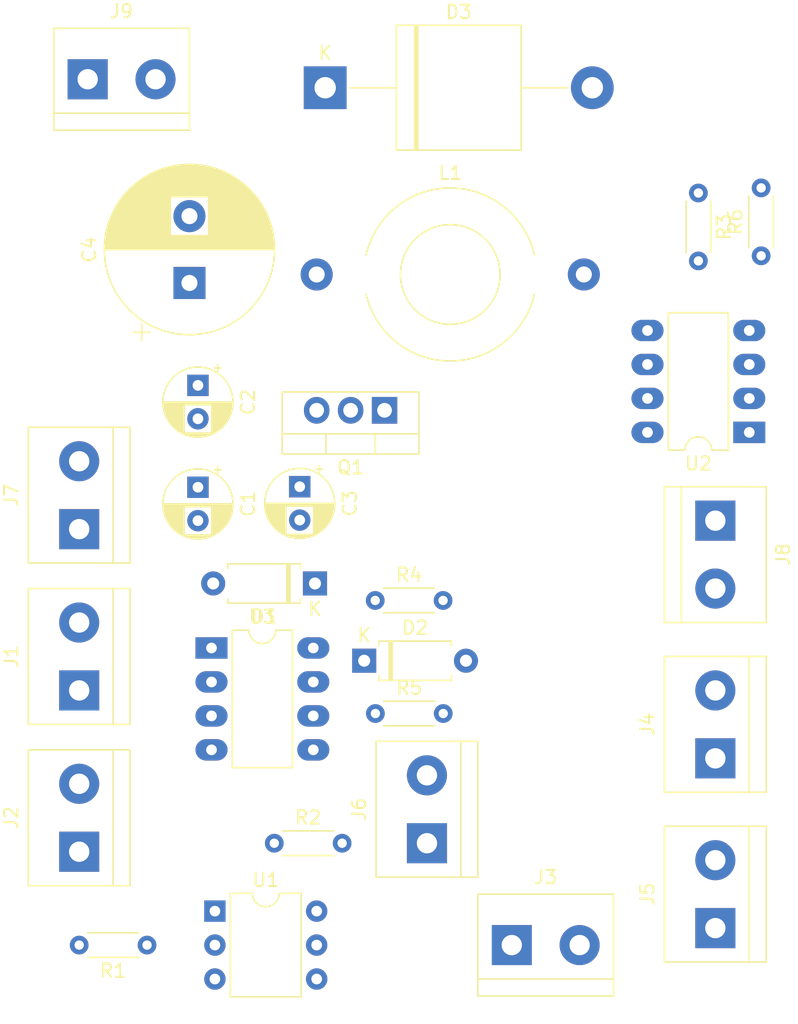
<source format=kicad_pcb>
(kicad_pcb (version 20171130) (host pcbnew "(5.1.2)-2")

  (general
    (thickness 1.6)
    (drawings 0)
    (tracks 0)
    (zones 0)
    (modules 27)
    (nets 17)
  )

  (page A4)
  (layers
    (0 F.Cu jumper)
    (31 B.Cu signal)
    (32 B.Adhes user)
    (33 F.Adhes user)
    (34 B.Paste user)
    (35 F.Paste user)
    (36 B.SilkS user)
    (37 F.SilkS user)
    (38 B.Mask user)
    (39 F.Mask user)
    (40 Dwgs.User user)
    (41 Cmts.User user)
    (42 Eco1.User user)
    (43 Eco2.User user)
    (44 Edge.Cuts user)
    (45 Margin user)
    (46 B.CrtYd user)
    (47 F.CrtYd user)
    (48 B.Fab user)
    (49 F.Fab user)
  )

  (setup
    (last_trace_width 1)
    (trace_clearance 0.3)
    (zone_clearance 0.508)
    (zone_45_only no)
    (trace_min 1)
    (via_size 1.25)
    (via_drill 1)
    (via_min_size 1)
    (via_min_drill 1)
    (uvia_size 1.25)
    (uvia_drill 1)
    (uvias_allowed no)
    (uvia_min_size 1)
    (uvia_min_drill 1)
    (edge_width 0.1)
    (segment_width 0.2)
    (pcb_text_width 0.3)
    (pcb_text_size 1.5 1.5)
    (mod_edge_width 0.15)
    (mod_text_size 1 1)
    (mod_text_width 0.15)
    (pad_size 1.524 1.524)
    (pad_drill 0.762)
    (pad_to_mask_clearance 0)
    (aux_axis_origin 0 0)
    (visible_elements FFFFFF7F)
    (pcbplotparams
      (layerselection 0x010fc_ffffffff)
      (usegerberextensions false)
      (usegerberattributes false)
      (usegerberadvancedattributes false)
      (creategerberjobfile false)
      (excludeedgelayer true)
      (linewidth 0.100000)
      (plotframeref false)
      (viasonmask false)
      (mode 1)
      (useauxorigin false)
      (hpglpennumber 1)
      (hpglpenspeed 20)
      (hpglpendiameter 15.000000)
      (psnegative false)
      (psa4output false)
      (plotreference true)
      (plotvalue true)
      (plotinvisibletext false)
      (padsonsilk false)
      (subtractmaskfromsilk false)
      (outputformat 1)
      (mirror false)
      (drillshape 1)
      (scaleselection 1)
      (outputdirectory ""))
  )

  (net 0 "")
  (net 1 GNDA)
  (net 2 /+12v)
  (net 3 /s)
  (net 4 "Net-(C3-Pad1)")
  (net 5 "Net-(C4-Pad2)")
  (net 6 /g)
  (net 7 "Net-(D2-Pad1)")
  (net 8 /pwm)
  (net 9 "Net-(J2-Pad2)")
  (net 10 "Net-(J6-Pad1)")
  (net 11 /A0)
  (net 12 "Net-(R1-Pad1)")
  (net 13 "Net-(R3-Pad1)")
  (net 14 "Net-(U1-Pad6)")
  (net 15 "Net-(U1-Pad3)")
  (net 16 "Net-(U3-Pad5)")

  (net_class Default "This is the default net class."
    (clearance 0.3)
    (trace_width 1)
    (via_dia 1.25)
    (via_drill 1)
    (uvia_dia 1.25)
    (uvia_drill 1)
    (diff_pair_width 1)
    (diff_pair_gap 1)
    (add_net /+12v)
    (add_net /A0)
    (add_net /g)
    (add_net /pwm)
    (add_net /s)
    (add_net GNDA)
    (add_net "Net-(C3-Pad1)")
    (add_net "Net-(C4-Pad2)")
    (add_net "Net-(D2-Pad1)")
    (add_net "Net-(J2-Pad2)")
    (add_net "Net-(J6-Pad1)")
    (add_net "Net-(R1-Pad1)")
    (add_net "Net-(R3-Pad1)")
    (add_net "Net-(U1-Pad3)")
    (add_net "Net-(U1-Pad6)")
    (add_net "Net-(U3-Pad5)")
  )

  (module Package_DIP:DIP-8_W7.62mm_LongPads (layer F.Cu) (tedit 5A02E8C5) (tstamp 5DD792A8)
    (at 68.961 93.345)
    (descr "8-lead though-hole mounted DIP package, row spacing 7.62 mm (300 mils), LongPads")
    (tags "THT DIP DIL PDIP 2.54mm 7.62mm 300mil LongPads")
    (path /5DCB847A)
    (fp_text reference U3 (at 3.81 -2.33) (layer F.SilkS)
      (effects (font (size 1 1) (thickness 0.15)))
    )
    (fp_text value IR2104 (at 3.81 9.95) (layer F.Fab)
      (effects (font (size 1 1) (thickness 0.15)))
    )
    (fp_text user %R (at 3.81 3.81) (layer F.Fab)
      (effects (font (size 1 1) (thickness 0.15)))
    )
    (fp_line (start 9.1 -1.55) (end -1.45 -1.55) (layer F.CrtYd) (width 0.05))
    (fp_line (start 9.1 9.15) (end 9.1 -1.55) (layer F.CrtYd) (width 0.05))
    (fp_line (start -1.45 9.15) (end 9.1 9.15) (layer F.CrtYd) (width 0.05))
    (fp_line (start -1.45 -1.55) (end -1.45 9.15) (layer F.CrtYd) (width 0.05))
    (fp_line (start 6.06 -1.33) (end 4.81 -1.33) (layer F.SilkS) (width 0.12))
    (fp_line (start 6.06 8.95) (end 6.06 -1.33) (layer F.SilkS) (width 0.12))
    (fp_line (start 1.56 8.95) (end 6.06 8.95) (layer F.SilkS) (width 0.12))
    (fp_line (start 1.56 -1.33) (end 1.56 8.95) (layer F.SilkS) (width 0.12))
    (fp_line (start 2.81 -1.33) (end 1.56 -1.33) (layer F.SilkS) (width 0.12))
    (fp_line (start 0.635 -0.27) (end 1.635 -1.27) (layer F.Fab) (width 0.1))
    (fp_line (start 0.635 8.89) (end 0.635 -0.27) (layer F.Fab) (width 0.1))
    (fp_line (start 6.985 8.89) (end 0.635 8.89) (layer F.Fab) (width 0.1))
    (fp_line (start 6.985 -1.27) (end 6.985 8.89) (layer F.Fab) (width 0.1))
    (fp_line (start 1.635 -1.27) (end 6.985 -1.27) (layer F.Fab) (width 0.1))
    (fp_arc (start 3.81 -1.33) (end 2.81 -1.33) (angle -180) (layer F.SilkS) (width 0.12))
    (pad 8 thru_hole oval (at 7.62 0) (size 2.4 1.6) (drill 0.8) (layers *.Cu *.Mask)
      (net 4 "Net-(C3-Pad1)"))
    (pad 4 thru_hole oval (at 0 7.62) (size 2.4 1.6) (drill 0.8) (layers *.Cu *.Mask)
      (net 1 GNDA))
    (pad 7 thru_hole oval (at 7.62 2.54) (size 2.4 1.6) (drill 0.8) (layers *.Cu *.Mask)
      (net 7 "Net-(D2-Pad1)"))
    (pad 3 thru_hole oval (at 0 5.08) (size 2.4 1.6) (drill 0.8) (layers *.Cu *.Mask)
      (net 2 /+12v))
    (pad 6 thru_hole oval (at 7.62 5.08) (size 2.4 1.6) (drill 0.8) (layers *.Cu *.Mask)
      (net 3 /s))
    (pad 2 thru_hole oval (at 0 2.54) (size 2.4 1.6) (drill 0.8) (layers *.Cu *.Mask)
      (net 8 /pwm))
    (pad 5 thru_hole oval (at 7.62 7.62) (size 2.4 1.6) (drill 0.8) (layers *.Cu *.Mask)
      (net 16 "Net-(U3-Pad5)"))
    (pad 1 thru_hole rect (at 0 0) (size 2.4 1.6) (drill 0.8) (layers *.Cu *.Mask)
      (net 2 /+12v))
    (model ${KISYS3DMOD}/Package_DIP.3dshapes/DIP-8_W7.62mm.wrl
      (at (xyz 0 0 0))
      (scale (xyz 1 1 1))
      (rotate (xyz 0 0 0))
    )
  )

  (module Package_DIP:DIP-8_W7.62mm_LongPads (layer F.Cu) (tedit 5A02E8C5) (tstamp 5DD7BFA8)
    (at 109.22 77.216 180)
    (descr "8-lead though-hole mounted DIP package, row spacing 7.62 mm (300 mils), LongPads")
    (tags "THT DIP DIL PDIP 2.54mm 7.62mm 300mil LongPads")
    (path /5DCFC379)
    (fp_text reference U2 (at 3.81 -2.33) (layer F.SilkS)
      (effects (font (size 1 1) (thickness 0.15)))
    )
    (fp_text value LM358 (at 3.81 9.95) (layer F.Fab)
      (effects (font (size 1 1) (thickness 0.15)))
    )
    (fp_text user %R (at 3.81 3.81) (layer F.Fab)
      (effects (font (size 1 1) (thickness 0.15)))
    )
    (fp_line (start 9.1 -1.55) (end -1.45 -1.55) (layer F.CrtYd) (width 0.05))
    (fp_line (start 9.1 9.15) (end 9.1 -1.55) (layer F.CrtYd) (width 0.05))
    (fp_line (start -1.45 9.15) (end 9.1 9.15) (layer F.CrtYd) (width 0.05))
    (fp_line (start -1.45 -1.55) (end -1.45 9.15) (layer F.CrtYd) (width 0.05))
    (fp_line (start 6.06 -1.33) (end 4.81 -1.33) (layer F.SilkS) (width 0.12))
    (fp_line (start 6.06 8.95) (end 6.06 -1.33) (layer F.SilkS) (width 0.12))
    (fp_line (start 1.56 8.95) (end 6.06 8.95) (layer F.SilkS) (width 0.12))
    (fp_line (start 1.56 -1.33) (end 1.56 8.95) (layer F.SilkS) (width 0.12))
    (fp_line (start 2.81 -1.33) (end 1.56 -1.33) (layer F.SilkS) (width 0.12))
    (fp_line (start 0.635 -0.27) (end 1.635 -1.27) (layer F.Fab) (width 0.1))
    (fp_line (start 0.635 8.89) (end 0.635 -0.27) (layer F.Fab) (width 0.1))
    (fp_line (start 6.985 8.89) (end 0.635 8.89) (layer F.Fab) (width 0.1))
    (fp_line (start 6.985 -1.27) (end 6.985 8.89) (layer F.Fab) (width 0.1))
    (fp_line (start 1.635 -1.27) (end 6.985 -1.27) (layer F.Fab) (width 0.1))
    (fp_arc (start 3.81 -1.33) (end 2.81 -1.33) (angle -180) (layer F.SilkS) (width 0.12))
    (pad 8 thru_hole oval (at 7.62 0 180) (size 2.4 1.6) (drill 0.8) (layers *.Cu *.Mask)
      (net 2 /+12v))
    (pad 4 thru_hole oval (at 0 7.62 180) (size 2.4 1.6) (drill 0.8) (layers *.Cu *.Mask)
      (net 1 GNDA))
    (pad 7 thru_hole oval (at 7.62 2.54 180) (size 2.4 1.6) (drill 0.8) (layers *.Cu *.Mask))
    (pad 3 thru_hole oval (at 0 5.08 180) (size 2.4 1.6) (drill 0.8) (layers *.Cu *.Mask)
      (net 1 GNDA))
    (pad 6 thru_hole oval (at 7.62 5.08 180) (size 2.4 1.6) (drill 0.8) (layers *.Cu *.Mask))
    (pad 2 thru_hole oval (at 0 2.54 180) (size 2.4 1.6) (drill 0.8) (layers *.Cu *.Mask)
      (net 13 "Net-(R3-Pad1)"))
    (pad 5 thru_hole oval (at 7.62 7.62 180) (size 2.4 1.6) (drill 0.8) (layers *.Cu *.Mask))
    (pad 1 thru_hole rect (at 0 0 180) (size 2.4 1.6) (drill 0.8) (layers *.Cu *.Mask)
      (net 11 /A0))
    (model ${KISYS3DMOD}/Package_DIP.3dshapes/DIP-8_W7.62mm.wrl
      (at (xyz 0 0 0))
      (scale (xyz 1 1 1))
      (rotate (xyz 0 0 0))
    )
  )

  (module Package_DIP:DIP-6_W7.62mm (layer F.Cu) (tedit 5A02E8C5) (tstamp 5DD79CD6)
    (at 69.215 113.03)
    (descr "6-lead though-hole mounted DIP package, row spacing 7.62 mm (300 mils)")
    (tags "THT DIP DIL PDIP 2.54mm 7.62mm 300mil")
    (path /5DCA6DD5)
    (fp_text reference U1 (at 3.81 -2.33) (layer F.SilkS)
      (effects (font (size 1 1) (thickness 0.15)))
    )
    (fp_text value 4N25 (at 3.81 7.41) (layer F.Fab)
      (effects (font (size 1 1) (thickness 0.15)))
    )
    (fp_text user %R (at 3.81 2.54) (layer F.Fab)
      (effects (font (size 1 1) (thickness 0.15)))
    )
    (fp_line (start 8.7 -1.55) (end -1.1 -1.55) (layer F.CrtYd) (width 0.05))
    (fp_line (start 8.7 6.6) (end 8.7 -1.55) (layer F.CrtYd) (width 0.05))
    (fp_line (start -1.1 6.6) (end 8.7 6.6) (layer F.CrtYd) (width 0.05))
    (fp_line (start -1.1 -1.55) (end -1.1 6.6) (layer F.CrtYd) (width 0.05))
    (fp_line (start 6.46 -1.33) (end 4.81 -1.33) (layer F.SilkS) (width 0.12))
    (fp_line (start 6.46 6.41) (end 6.46 -1.33) (layer F.SilkS) (width 0.12))
    (fp_line (start 1.16 6.41) (end 6.46 6.41) (layer F.SilkS) (width 0.12))
    (fp_line (start 1.16 -1.33) (end 1.16 6.41) (layer F.SilkS) (width 0.12))
    (fp_line (start 2.81 -1.33) (end 1.16 -1.33) (layer F.SilkS) (width 0.12))
    (fp_line (start 0.635 -0.27) (end 1.635 -1.27) (layer F.Fab) (width 0.1))
    (fp_line (start 0.635 6.35) (end 0.635 -0.27) (layer F.Fab) (width 0.1))
    (fp_line (start 6.985 6.35) (end 0.635 6.35) (layer F.Fab) (width 0.1))
    (fp_line (start 6.985 -1.27) (end 6.985 6.35) (layer F.Fab) (width 0.1))
    (fp_line (start 1.635 -1.27) (end 6.985 -1.27) (layer F.Fab) (width 0.1))
    (fp_arc (start 3.81 -1.33) (end 2.81 -1.33) (angle -180) (layer F.SilkS) (width 0.12))
    (pad 6 thru_hole oval (at 7.62 0) (size 1.6 1.6) (drill 0.8) (layers *.Cu *.Mask)
      (net 14 "Net-(U1-Pad6)"))
    (pad 3 thru_hole oval (at 0 5.08) (size 1.6 1.6) (drill 0.8) (layers *.Cu *.Mask)
      (net 15 "Net-(U1-Pad3)"))
    (pad 5 thru_hole oval (at 7.62 2.54) (size 1.6 1.6) (drill 0.8) (layers *.Cu *.Mask)
      (net 10 "Net-(J6-Pad1)"))
    (pad 2 thru_hole oval (at 0 2.54) (size 1.6 1.6) (drill 0.8) (layers *.Cu *.Mask)
      (net 12 "Net-(R1-Pad1)"))
    (pad 4 thru_hole oval (at 7.62 5.08) (size 1.6 1.6) (drill 0.8) (layers *.Cu *.Mask)
      (net 1 GNDA))
    (pad 1 thru_hole rect (at 0 0) (size 1.6 1.6) (drill 0.8) (layers *.Cu *.Mask)
      (net 9 "Net-(J2-Pad2)"))
    (model ${KISYS3DMOD}/Package_DIP.3dshapes/DIP-6_W7.62mm.wrl
      (at (xyz 0 0 0))
      (scale (xyz 1 1 1))
      (rotate (xyz 0 0 0))
    )
  )

  (module Resistor_THT:R_Axial_DIN0204_L3.6mm_D1.6mm_P5.08mm_Horizontal (layer F.Cu) (tedit 5AE5139B) (tstamp 5DD79256)
    (at 110.109 64.008 90)
    (descr "Resistor, Axial_DIN0204 series, Axial, Horizontal, pin pitch=5.08mm, 0.167W, length*diameter=3.6*1.6mm^2, http://cdn-reichelt.de/documents/datenblatt/B400/1_4W%23YAG.pdf")
    (tags "Resistor Axial_DIN0204 series Axial Horizontal pin pitch 5.08mm 0.167W length 3.6mm diameter 1.6mm")
    (path /5DD10109)
    (fp_text reference R6 (at 2.54 -1.92 90) (layer F.SilkS)
      (effects (font (size 1 1) (thickness 0.15)))
    )
    (fp_text value R (at 2.54 1.92 90) (layer F.Fab)
      (effects (font (size 1 1) (thickness 0.15)))
    )
    (fp_text user %R (at 2.54 0 90) (layer F.Fab)
      (effects (font (size 0.72 0.72) (thickness 0.108)))
    )
    (fp_line (start 6.03 -1.05) (end -0.95 -1.05) (layer F.CrtYd) (width 0.05))
    (fp_line (start 6.03 1.05) (end 6.03 -1.05) (layer F.CrtYd) (width 0.05))
    (fp_line (start -0.95 1.05) (end 6.03 1.05) (layer F.CrtYd) (width 0.05))
    (fp_line (start -0.95 -1.05) (end -0.95 1.05) (layer F.CrtYd) (width 0.05))
    (fp_line (start 0.62 0.92) (end 4.46 0.92) (layer F.SilkS) (width 0.12))
    (fp_line (start 0.62 -0.92) (end 4.46 -0.92) (layer F.SilkS) (width 0.12))
    (fp_line (start 5.08 0) (end 4.34 0) (layer F.Fab) (width 0.1))
    (fp_line (start 0 0) (end 0.74 0) (layer F.Fab) (width 0.1))
    (fp_line (start 4.34 -0.8) (end 0.74 -0.8) (layer F.Fab) (width 0.1))
    (fp_line (start 4.34 0.8) (end 4.34 -0.8) (layer F.Fab) (width 0.1))
    (fp_line (start 0.74 0.8) (end 4.34 0.8) (layer F.Fab) (width 0.1))
    (fp_line (start 0.74 -0.8) (end 0.74 0.8) (layer F.Fab) (width 0.1))
    (pad 2 thru_hole oval (at 5.08 0 90) (size 1.4 1.4) (drill 0.7) (layers *.Cu *.Mask)
      (net 13 "Net-(R3-Pad1)"))
    (pad 1 thru_hole circle (at 0 0 90) (size 1.4 1.4) (drill 0.7) (layers *.Cu *.Mask)
      (net 11 /A0))
    (model ${KISYS3DMOD}/Resistor_THT.3dshapes/R_Axial_DIN0204_L3.6mm_D1.6mm_P5.08mm_Horizontal.wrl
      (at (xyz 0 0 0))
      (scale (xyz 1 1 1))
      (rotate (xyz 0 0 0))
    )
  )

  (module Resistor_THT:R_Axial_DIN0204_L3.6mm_D1.6mm_P5.08mm_Horizontal (layer F.Cu) (tedit 5AE5139B) (tstamp 5DD79243)
    (at 81.2292 98.2472)
    (descr "Resistor, Axial_DIN0204 series, Axial, Horizontal, pin pitch=5.08mm, 0.167W, length*diameter=3.6*1.6mm^2, http://cdn-reichelt.de/documents/datenblatt/B400/1_4W%23YAG.pdf")
    (tags "Resistor Axial_DIN0204 series Axial Horizontal pin pitch 5.08mm 0.167W length 3.6mm diameter 1.6mm")
    (path /5DCCAF12)
    (fp_text reference R5 (at 2.54 -1.92) (layer F.SilkS)
      (effects (font (size 1 1) (thickness 0.15)))
    )
    (fp_text value 1k (at 2.54 1.92) (layer F.Fab)
      (effects (font (size 1 1) (thickness 0.15)))
    )
    (fp_text user %R (at 2.54 0) (layer F.Fab)
      (effects (font (size 0.72 0.72) (thickness 0.108)))
    )
    (fp_line (start 6.03 -1.05) (end -0.95 -1.05) (layer F.CrtYd) (width 0.05))
    (fp_line (start 6.03 1.05) (end 6.03 -1.05) (layer F.CrtYd) (width 0.05))
    (fp_line (start -0.95 1.05) (end 6.03 1.05) (layer F.CrtYd) (width 0.05))
    (fp_line (start -0.95 -1.05) (end -0.95 1.05) (layer F.CrtYd) (width 0.05))
    (fp_line (start 0.62 0.92) (end 4.46 0.92) (layer F.SilkS) (width 0.12))
    (fp_line (start 0.62 -0.92) (end 4.46 -0.92) (layer F.SilkS) (width 0.12))
    (fp_line (start 5.08 0) (end 4.34 0) (layer F.Fab) (width 0.1))
    (fp_line (start 0 0) (end 0.74 0) (layer F.Fab) (width 0.1))
    (fp_line (start 4.34 -0.8) (end 0.74 -0.8) (layer F.Fab) (width 0.1))
    (fp_line (start 4.34 0.8) (end 4.34 -0.8) (layer F.Fab) (width 0.1))
    (fp_line (start 0.74 0.8) (end 4.34 0.8) (layer F.Fab) (width 0.1))
    (fp_line (start 0.74 -0.8) (end 0.74 0.8) (layer F.Fab) (width 0.1))
    (pad 2 thru_hole oval (at 5.08 0) (size 1.4 1.4) (drill 0.7) (layers *.Cu *.Mask)
      (net 6 /g))
    (pad 1 thru_hole circle (at 0 0) (size 1.4 1.4) (drill 0.7) (layers *.Cu *.Mask)
      (net 3 /s))
    (model ${KISYS3DMOD}/Resistor_THT.3dshapes/R_Axial_DIN0204_L3.6mm_D1.6mm_P5.08mm_Horizontal.wrl
      (at (xyz 0 0 0))
      (scale (xyz 1 1 1))
      (rotate (xyz 0 0 0))
    )
  )

  (module Resistor_THT:R_Axial_DIN0204_L3.6mm_D1.6mm_P5.08mm_Horizontal (layer F.Cu) (tedit 5AE5139B) (tstamp 5DD7BBB9)
    (at 81.2165 89.789)
    (descr "Resistor, Axial_DIN0204 series, Axial, Horizontal, pin pitch=5.08mm, 0.167W, length*diameter=3.6*1.6mm^2, http://cdn-reichelt.de/documents/datenblatt/B400/1_4W%23YAG.pdf")
    (tags "Resistor Axial_DIN0204 series Axial Horizontal pin pitch 5.08mm 0.167W length 3.6mm diameter 1.6mm")
    (path /5DCC62DA)
    (fp_text reference R4 (at 2.54 -1.92) (layer F.SilkS)
      (effects (font (size 1 1) (thickness 0.15)))
    )
    (fp_text value 10 (at 2.54 1.92) (layer F.Fab)
      (effects (font (size 1 1) (thickness 0.15)))
    )
    (fp_text user %R (at 2.54 0) (layer F.Fab)
      (effects (font (size 0.72 0.72) (thickness 0.108)))
    )
    (fp_line (start 6.03 -1.05) (end -0.95 -1.05) (layer F.CrtYd) (width 0.05))
    (fp_line (start 6.03 1.05) (end 6.03 -1.05) (layer F.CrtYd) (width 0.05))
    (fp_line (start -0.95 1.05) (end 6.03 1.05) (layer F.CrtYd) (width 0.05))
    (fp_line (start -0.95 -1.05) (end -0.95 1.05) (layer F.CrtYd) (width 0.05))
    (fp_line (start 0.62 0.92) (end 4.46 0.92) (layer F.SilkS) (width 0.12))
    (fp_line (start 0.62 -0.92) (end 4.46 -0.92) (layer F.SilkS) (width 0.12))
    (fp_line (start 5.08 0) (end 4.34 0) (layer F.Fab) (width 0.1))
    (fp_line (start 0 0) (end 0.74 0) (layer F.Fab) (width 0.1))
    (fp_line (start 4.34 -0.8) (end 0.74 -0.8) (layer F.Fab) (width 0.1))
    (fp_line (start 4.34 0.8) (end 4.34 -0.8) (layer F.Fab) (width 0.1))
    (fp_line (start 0.74 0.8) (end 4.34 0.8) (layer F.Fab) (width 0.1))
    (fp_line (start 0.74 -0.8) (end 0.74 0.8) (layer F.Fab) (width 0.1))
    (pad 2 thru_hole oval (at 5.08 0) (size 1.4 1.4) (drill 0.7) (layers *.Cu *.Mask)
      (net 6 /g))
    (pad 1 thru_hole circle (at 0 0) (size 1.4 1.4) (drill 0.7) (layers *.Cu *.Mask)
      (net 7 "Net-(D2-Pad1)"))
    (model ${KISYS3DMOD}/Resistor_THT.3dshapes/R_Axial_DIN0204_L3.6mm_D1.6mm_P5.08mm_Horizontal.wrl
      (at (xyz 0 0 0))
      (scale (xyz 1 1 1))
      (rotate (xyz 0 0 0))
    )
  )

  (module Resistor_THT:R_Axial_DIN0204_L3.6mm_D1.6mm_P5.08mm_Horizontal (layer F.Cu) (tedit 5AE5139B) (tstamp 5DD7921D)
    (at 105.41 59.309 270)
    (descr "Resistor, Axial_DIN0204 series, Axial, Horizontal, pin pitch=5.08mm, 0.167W, length*diameter=3.6*1.6mm^2, http://cdn-reichelt.de/documents/datenblatt/B400/1_4W%23YAG.pdf")
    (tags "Resistor Axial_DIN0204 series Axial Horizontal pin pitch 5.08mm 0.167W length 3.6mm diameter 1.6mm")
    (path /5DD10C87)
    (fp_text reference R3 (at 2.54 -1.92 90) (layer F.SilkS)
      (effects (font (size 1 1) (thickness 0.15)))
    )
    (fp_text value R (at 2.54 1.92 90) (layer F.Fab)
      (effects (font (size 1 1) (thickness 0.15)))
    )
    (fp_text user %R (at 2.54 0 90) (layer F.Fab)
      (effects (font (size 0.72 0.72) (thickness 0.108)))
    )
    (fp_line (start 6.03 -1.05) (end -0.95 -1.05) (layer F.CrtYd) (width 0.05))
    (fp_line (start 6.03 1.05) (end 6.03 -1.05) (layer F.CrtYd) (width 0.05))
    (fp_line (start -0.95 1.05) (end 6.03 1.05) (layer F.CrtYd) (width 0.05))
    (fp_line (start -0.95 -1.05) (end -0.95 1.05) (layer F.CrtYd) (width 0.05))
    (fp_line (start 0.62 0.92) (end 4.46 0.92) (layer F.SilkS) (width 0.12))
    (fp_line (start 0.62 -0.92) (end 4.46 -0.92) (layer F.SilkS) (width 0.12))
    (fp_line (start 5.08 0) (end 4.34 0) (layer F.Fab) (width 0.1))
    (fp_line (start 0 0) (end 0.74 0) (layer F.Fab) (width 0.1))
    (fp_line (start 4.34 -0.8) (end 0.74 -0.8) (layer F.Fab) (width 0.1))
    (fp_line (start 4.34 0.8) (end 4.34 -0.8) (layer F.Fab) (width 0.1))
    (fp_line (start 0.74 0.8) (end 4.34 0.8) (layer F.Fab) (width 0.1))
    (fp_line (start 0.74 -0.8) (end 0.74 0.8) (layer F.Fab) (width 0.1))
    (pad 2 thru_hole oval (at 5.08 0 270) (size 1.4 1.4) (drill 0.7) (layers *.Cu *.Mask)
      (net 5 "Net-(C4-Pad2)"))
    (pad 1 thru_hole circle (at 0 0 270) (size 1.4 1.4) (drill 0.7) (layers *.Cu *.Mask)
      (net 13 "Net-(R3-Pad1)"))
    (model ${KISYS3DMOD}/Resistor_THT.3dshapes/R_Axial_DIN0204_L3.6mm_D1.6mm_P5.08mm_Horizontal.wrl
      (at (xyz 0 0 0))
      (scale (xyz 1 1 1))
      (rotate (xyz 0 0 0))
    )
  )

  (module Resistor_THT:R_Axial_DIN0204_L3.6mm_D1.6mm_P5.08mm_Horizontal (layer F.Cu) (tedit 5AE5139B) (tstamp 5DD7920A)
    (at 73.66 107.95)
    (descr "Resistor, Axial_DIN0204 series, Axial, Horizontal, pin pitch=5.08mm, 0.167W, length*diameter=3.6*1.6mm^2, http://cdn-reichelt.de/documents/datenblatt/B400/1_4W%23YAG.pdf")
    (tags "Resistor Axial_DIN0204 series Axial Horizontal pin pitch 5.08mm 0.167W length 3.6mm diameter 1.6mm")
    (path /5DCABFC6)
    (fp_text reference R2 (at 2.54 -1.92) (layer F.SilkS)
      (effects (font (size 1 1) (thickness 0.15)))
    )
    (fp_text value 10k (at 2.54 1.92) (layer F.Fab)
      (effects (font (size 1 1) (thickness 0.15)))
    )
    (fp_text user %R (at 2.54 0) (layer F.Fab)
      (effects (font (size 0.72 0.72) (thickness 0.108)))
    )
    (fp_line (start 6.03 -1.05) (end -0.95 -1.05) (layer F.CrtYd) (width 0.05))
    (fp_line (start 6.03 1.05) (end 6.03 -1.05) (layer F.CrtYd) (width 0.05))
    (fp_line (start -0.95 1.05) (end 6.03 1.05) (layer F.CrtYd) (width 0.05))
    (fp_line (start -0.95 -1.05) (end -0.95 1.05) (layer F.CrtYd) (width 0.05))
    (fp_line (start 0.62 0.92) (end 4.46 0.92) (layer F.SilkS) (width 0.12))
    (fp_line (start 0.62 -0.92) (end 4.46 -0.92) (layer F.SilkS) (width 0.12))
    (fp_line (start 5.08 0) (end 4.34 0) (layer F.Fab) (width 0.1))
    (fp_line (start 0 0) (end 0.74 0) (layer F.Fab) (width 0.1))
    (fp_line (start 4.34 -0.8) (end 0.74 -0.8) (layer F.Fab) (width 0.1))
    (fp_line (start 4.34 0.8) (end 4.34 -0.8) (layer F.Fab) (width 0.1))
    (fp_line (start 0.74 0.8) (end 4.34 0.8) (layer F.Fab) (width 0.1))
    (fp_line (start 0.74 -0.8) (end 0.74 0.8) (layer F.Fab) (width 0.1))
    (pad 2 thru_hole oval (at 5.08 0) (size 1.4 1.4) (drill 0.7) (layers *.Cu *.Mask)
      (net 10 "Net-(J6-Pad1)"))
    (pad 1 thru_hole circle (at 0 0) (size 1.4 1.4) (drill 0.7) (layers *.Cu *.Mask)
      (net 2 /+12v))
    (model ${KISYS3DMOD}/Resistor_THT.3dshapes/R_Axial_DIN0204_L3.6mm_D1.6mm_P5.08mm_Horizontal.wrl
      (at (xyz 0 0 0))
      (scale (xyz 1 1 1))
      (rotate (xyz 0 0 0))
    )
  )

  (module Resistor_THT:R_Axial_DIN0204_L3.6mm_D1.6mm_P5.08mm_Horizontal (layer F.Cu) (tedit 5AE5139B) (tstamp 5DD791F7)
    (at 64.135 115.57 180)
    (descr "Resistor, Axial_DIN0204 series, Axial, Horizontal, pin pitch=5.08mm, 0.167W, length*diameter=3.6*1.6mm^2, http://cdn-reichelt.de/documents/datenblatt/B400/1_4W%23YAG.pdf")
    (tags "Resistor Axial_DIN0204 series Axial Horizontal pin pitch 5.08mm 0.167W length 3.6mm diameter 1.6mm")
    (path /5DCA90FA)
    (fp_text reference R1 (at 2.54 -1.92) (layer F.SilkS)
      (effects (font (size 1 1) (thickness 0.15)))
    )
    (fp_text value 100 (at 2.54 1.92) (layer F.Fab)
      (effects (font (size 1 1) (thickness 0.15)))
    )
    (fp_text user %R (at 2.54 0) (layer F.Fab)
      (effects (font (size 0.72 0.72) (thickness 0.108)))
    )
    (fp_line (start 6.03 -1.05) (end -0.95 -1.05) (layer F.CrtYd) (width 0.05))
    (fp_line (start 6.03 1.05) (end 6.03 -1.05) (layer F.CrtYd) (width 0.05))
    (fp_line (start -0.95 1.05) (end 6.03 1.05) (layer F.CrtYd) (width 0.05))
    (fp_line (start -0.95 -1.05) (end -0.95 1.05) (layer F.CrtYd) (width 0.05))
    (fp_line (start 0.62 0.92) (end 4.46 0.92) (layer F.SilkS) (width 0.12))
    (fp_line (start 0.62 -0.92) (end 4.46 -0.92) (layer F.SilkS) (width 0.12))
    (fp_line (start 5.08 0) (end 4.34 0) (layer F.Fab) (width 0.1))
    (fp_line (start 0 0) (end 0.74 0) (layer F.Fab) (width 0.1))
    (fp_line (start 4.34 -0.8) (end 0.74 -0.8) (layer F.Fab) (width 0.1))
    (fp_line (start 4.34 0.8) (end 4.34 -0.8) (layer F.Fab) (width 0.1))
    (fp_line (start 0.74 0.8) (end 4.34 0.8) (layer F.Fab) (width 0.1))
    (fp_line (start 0.74 -0.8) (end 0.74 0.8) (layer F.Fab) (width 0.1))
    (pad 2 thru_hole oval (at 5.08 0 180) (size 1.4 1.4) (drill 0.7) (layers *.Cu *.Mask)
      (net 1 GNDA))
    (pad 1 thru_hole circle (at 0 0 180) (size 1.4 1.4) (drill 0.7) (layers *.Cu *.Mask)
      (net 12 "Net-(R1-Pad1)"))
    (model ${KISYS3DMOD}/Resistor_THT.3dshapes/R_Axial_DIN0204_L3.6mm_D1.6mm_P5.08mm_Horizontal.wrl
      (at (xyz 0 0 0))
      (scale (xyz 1 1 1))
      (rotate (xyz 0 0 0))
    )
  )

  (module Package_TO_SOT_THT:TO-220-3_Vertical (layer F.Cu) (tedit 5AC8BA0D) (tstamp 5DD791E4)
    (at 81.915 75.565 180)
    (descr "TO-220-3, Vertical, RM 2.54mm, see https://www.vishay.com/docs/66542/to-220-1.pdf")
    (tags "TO-220-3 Vertical RM 2.54mm")
    (path /5DCD6779)
    (fp_text reference Q1 (at 2.54 -4.27) (layer F.SilkS)
      (effects (font (size 1 1) (thickness 0.15)))
    )
    (fp_text value IRF540N (at 2.54 2.5) (layer F.Fab)
      (effects (font (size 1 1) (thickness 0.15)))
    )
    (fp_text user %R (at 2.54 -4.27) (layer F.Fab)
      (effects (font (size 1 1) (thickness 0.15)))
    )
    (fp_line (start 7.79 -3.4) (end -2.71 -3.4) (layer F.CrtYd) (width 0.05))
    (fp_line (start 7.79 1.51) (end 7.79 -3.4) (layer F.CrtYd) (width 0.05))
    (fp_line (start -2.71 1.51) (end 7.79 1.51) (layer F.CrtYd) (width 0.05))
    (fp_line (start -2.71 -3.4) (end -2.71 1.51) (layer F.CrtYd) (width 0.05))
    (fp_line (start 4.391 -3.27) (end 4.391 -1.76) (layer F.SilkS) (width 0.12))
    (fp_line (start 0.69 -3.27) (end 0.69 -1.76) (layer F.SilkS) (width 0.12))
    (fp_line (start -2.58 -1.76) (end 7.66 -1.76) (layer F.SilkS) (width 0.12))
    (fp_line (start 7.66 -3.27) (end 7.66 1.371) (layer F.SilkS) (width 0.12))
    (fp_line (start -2.58 -3.27) (end -2.58 1.371) (layer F.SilkS) (width 0.12))
    (fp_line (start -2.58 1.371) (end 7.66 1.371) (layer F.SilkS) (width 0.12))
    (fp_line (start -2.58 -3.27) (end 7.66 -3.27) (layer F.SilkS) (width 0.12))
    (fp_line (start 4.39 -3.15) (end 4.39 -1.88) (layer F.Fab) (width 0.1))
    (fp_line (start 0.69 -3.15) (end 0.69 -1.88) (layer F.Fab) (width 0.1))
    (fp_line (start -2.46 -1.88) (end 7.54 -1.88) (layer F.Fab) (width 0.1))
    (fp_line (start 7.54 -3.15) (end -2.46 -3.15) (layer F.Fab) (width 0.1))
    (fp_line (start 7.54 1.25) (end 7.54 -3.15) (layer F.Fab) (width 0.1))
    (fp_line (start -2.46 1.25) (end 7.54 1.25) (layer F.Fab) (width 0.1))
    (fp_line (start -2.46 -3.15) (end -2.46 1.25) (layer F.Fab) (width 0.1))
    (pad 3 thru_hole oval (at 5.08 0 180) (size 1.905 2) (drill 1.1) (layers *.Cu *.Mask)
      (net 3 /s))
    (pad 2 thru_hole oval (at 2.54 0 180) (size 1.905 2) (drill 1.1) (layers *.Cu *.Mask)
      (net 2 /+12v))
    (pad 1 thru_hole rect (at 0 0 180) (size 1.905 2) (drill 1.1) (layers *.Cu *.Mask)
      (net 6 /g))
    (model ${KISYS3DMOD}/Package_TO_SOT_THT.3dshapes/TO-220-3_Vertical.wrl
      (at (xyz 0 0 0))
      (scale (xyz 1 1 1))
      (rotate (xyz 0 0 0))
    )
  )

  (module Inductor_THT:L_Toroid_Horizontal_D12.7mm_P20.00mm_Diameter14-5mm_Amidon-T50 (layer F.Cu) (tedit 5AE59B06) (tstamp 5DD791CA)
    (at 76.835 65.405)
    (descr "L_Toroid, Horizontal series, Radial, pin pitch=20.00mm, , diameter=12.7mm, Diameter14-5mm, Amidon-T50")
    (tags "L_Toroid Horizontal series Radial pin pitch 20.00mm  diameter 12.7mm Diameter14-5mm Amidon-T50")
    (path /5DCE80E7)
    (fp_text reference L1 (at 10 -7.6) (layer F.SilkS)
      (effects (font (size 1 1) (thickness 0.15)))
    )
    (fp_text value L (at 10 7.6) (layer F.Fab)
      (effects (font (size 1 1) (thickness 0.15)))
    )
    (fp_text user %R (at 10 0) (layer F.Fab)
      (effects (font (size 1 1) (thickness 0.15)))
    )
    (fp_line (start 21.45 -6.6) (end -1.45 -6.6) (layer F.CrtYd) (width 0.05))
    (fp_line (start 21.45 6.6) (end 21.45 -6.6) (layer F.CrtYd) (width 0.05))
    (fp_line (start -1.45 6.6) (end 21.45 6.6) (layer F.CrtYd) (width 0.05))
    (fp_line (start -1.45 -6.6) (end -1.45 6.6) (layer F.CrtYd) (width 0.05))
    (fp_line (start 16.3406 -0.001175) (end 13.673279 0.983492) (layer F.Fab) (width 0.1))
    (fp_line (start 15.490582 -3.171233) (end 13.672915 -0.984854) (layer F.Fab) (width 0.1))
    (fp_line (start 13.169452 -5.49161) (end 12.688452 -2.689324) (layer F.Fab) (width 0.1))
    (fp_line (start 9.999119 -6.3406) (end 10.983662 -3.673234) (layer F.Fab) (width 0.1))
    (fp_line (start 6.829022 -5.490729) (end 9.015317 -3.67296) (layer F.Fab) (width 0.1))
    (fp_line (start 4.508537 -3.169706) (end 7.310801 -2.688577) (layer F.Fab) (width 0.1))
    (fp_line (start 3.6594 0.000587) (end 6.326812 -0.983833) (layer F.Fab) (width 0.1))
    (fp_line (start 4.509124 3.170724) (end 6.326994 0.984513) (layer F.Fab) (width 0.1))
    (fp_line (start 6.830039 5.491316) (end 7.311299 2.689075) (layer F.Fab) (width 0.1))
    (fp_line (start 10.000294 6.3406) (end 9.015997 3.673143) (layer F.Fab) (width 0.1))
    (fp_line (start 13.17047 5.491023) (end 10.984343 3.673051) (layer F.Fab) (width 0.1))
    (fp_line (start 15.49117 3.170215) (end 12.68895 2.688826) (layer F.Fab) (width 0.1))
    (fp_line (start 16.3406 0) (end 13.673097 0.984173) (layer F.Fab) (width 0.1))
    (fp_circle (center 10 0) (end 13.7281 0) (layer F.SilkS) (width 0.12))
    (fp_circle (center 10 0) (end 13.8481 0) (layer F.Fab) (width 0.1))
    (fp_circle (center 10 0) (end 16.35 0) (layer F.Fab) (width 0.1))
    (fp_arc (start 10 0) (end 3.696882 1.46) (angle -153.916984) (layer F.SilkS) (width 0.12))
    (fp_arc (start 10 0) (end 3.696882 -1.46) (angle 153.916984) (layer F.SilkS) (width 0.12))
    (pad 2 thru_hole circle (at 20 0) (size 2.4 2.4) (drill 1.2) (layers *.Cu *.Mask)
      (net 1 GNDA))
    (pad 1 thru_hole circle (at 0 0) (size 2.4 2.4) (drill 1.2) (layers *.Cu *.Mask)
      (net 3 /s))
    (model ${KISYS3DMOD}/Inductor_THT.3dshapes/L_Toroid_Horizontal_D12.7mm_P20.00mm_Diameter14-5mm_Amidon-T50.wrl
      (at (xyz 0 0 0))
      (scale (xyz 1 1 1))
      (rotate (xyz 0 0 0))
    )
  )

  (module TerminalBlock:TerminalBlock_bornier-2_P5.08mm (layer F.Cu) (tedit 59FF03AB) (tstamp 5DD791AD)
    (at 59.69 50.8)
    (descr "simple 2-pin terminal block, pitch 5.08mm, revamped version of bornier2")
    (tags "terminal block bornier2")
    (path /5DCF3D6E)
    (fp_text reference J9 (at 2.54 -5.08) (layer F.SilkS)
      (effects (font (size 1 1) (thickness 0.15)))
    )
    (fp_text value output (at 2.54 5.08) (layer F.Fab)
      (effects (font (size 1 1) (thickness 0.15)))
    )
    (fp_line (start 7.79 4) (end -2.71 4) (layer F.CrtYd) (width 0.05))
    (fp_line (start 7.79 4) (end 7.79 -4) (layer F.CrtYd) (width 0.05))
    (fp_line (start -2.71 -4) (end -2.71 4) (layer F.CrtYd) (width 0.05))
    (fp_line (start -2.71 -4) (end 7.79 -4) (layer F.CrtYd) (width 0.05))
    (fp_line (start -2.54 3.81) (end 7.62 3.81) (layer F.SilkS) (width 0.12))
    (fp_line (start -2.54 -3.81) (end -2.54 3.81) (layer F.SilkS) (width 0.12))
    (fp_line (start 7.62 -3.81) (end -2.54 -3.81) (layer F.SilkS) (width 0.12))
    (fp_line (start 7.62 3.81) (end 7.62 -3.81) (layer F.SilkS) (width 0.12))
    (fp_line (start 7.62 2.54) (end -2.54 2.54) (layer F.SilkS) (width 0.12))
    (fp_line (start 7.54 -3.75) (end -2.46 -3.75) (layer F.Fab) (width 0.1))
    (fp_line (start 7.54 3.75) (end 7.54 -3.75) (layer F.Fab) (width 0.1))
    (fp_line (start -2.46 3.75) (end 7.54 3.75) (layer F.Fab) (width 0.1))
    (fp_line (start -2.46 -3.75) (end -2.46 3.75) (layer F.Fab) (width 0.1))
    (fp_line (start -2.41 2.55) (end 7.49 2.55) (layer F.Fab) (width 0.1))
    (fp_text user %R (at 2.54 0) (layer F.Fab)
      (effects (font (size 1 1) (thickness 0.15)))
    )
    (pad 2 thru_hole circle (at 5.08 0) (size 3 3) (drill 1.52) (layers *.Cu *.Mask)
      (net 1 GNDA))
    (pad 1 thru_hole rect (at 0 0) (size 3 3) (drill 1.52) (layers *.Cu *.Mask)
      (net 5 "Net-(C4-Pad2)"))
    (model ${KISYS3DMOD}/TerminalBlock.3dshapes/TerminalBlock_bornier-2_P5.08mm.wrl
      (offset (xyz 2.539999961853027 0 0))
      (scale (xyz 1 1 1))
      (rotate (xyz 0 0 0))
    )
  )

  (module TerminalBlock:TerminalBlock_bornier-2_P5.08mm (layer F.Cu) (tedit 59FF03AB) (tstamp 5DD79198)
    (at 106.68 83.82 270)
    (descr "simple 2-pin terminal block, pitch 5.08mm, revamped version of bornier2")
    (tags "terminal block bornier2")
    (path /5DD994CC)
    (fp_text reference J8 (at 2.54 -5.08 90) (layer F.SilkS)
      (effects (font (size 1 1) (thickness 0.15)))
    )
    (fp_text value pi (at 2.54 5.08 90) (layer F.Fab)
      (effects (font (size 1 1) (thickness 0.15)))
    )
    (fp_line (start 7.79 4) (end -2.71 4) (layer F.CrtYd) (width 0.05))
    (fp_line (start 7.79 4) (end 7.79 -4) (layer F.CrtYd) (width 0.05))
    (fp_line (start -2.71 -4) (end -2.71 4) (layer F.CrtYd) (width 0.05))
    (fp_line (start -2.71 -4) (end 7.79 -4) (layer F.CrtYd) (width 0.05))
    (fp_line (start -2.54 3.81) (end 7.62 3.81) (layer F.SilkS) (width 0.12))
    (fp_line (start -2.54 -3.81) (end -2.54 3.81) (layer F.SilkS) (width 0.12))
    (fp_line (start 7.62 -3.81) (end -2.54 -3.81) (layer F.SilkS) (width 0.12))
    (fp_line (start 7.62 3.81) (end 7.62 -3.81) (layer F.SilkS) (width 0.12))
    (fp_line (start 7.62 2.54) (end -2.54 2.54) (layer F.SilkS) (width 0.12))
    (fp_line (start 7.54 -3.75) (end -2.46 -3.75) (layer F.Fab) (width 0.1))
    (fp_line (start 7.54 3.75) (end 7.54 -3.75) (layer F.Fab) (width 0.1))
    (fp_line (start -2.46 3.75) (end 7.54 3.75) (layer F.Fab) (width 0.1))
    (fp_line (start -2.46 -3.75) (end -2.46 3.75) (layer F.Fab) (width 0.1))
    (fp_line (start -2.41 2.55) (end 7.49 2.55) (layer F.Fab) (width 0.1))
    (fp_text user %R (at 2.54 0 90) (layer F.Fab)
      (effects (font (size 1 1) (thickness 0.15)))
    )
    (pad 2 thru_hole circle (at 5.08 0 270) (size 3 3) (drill 1.52) (layers *.Cu *.Mask)
      (net 11 /A0))
    (pad 1 thru_hole rect (at 0 0 270) (size 3 3) (drill 1.52) (layers *.Cu *.Mask)
      (net 11 /A0))
    (model ${KISYS3DMOD}/TerminalBlock.3dshapes/TerminalBlock_bornier-2_P5.08mm.wrl
      (offset (xyz 2.539999961853027 0 0))
      (scale (xyz 1 1 1))
      (rotate (xyz 0 0 0))
    )
  )

  (module TerminalBlock:TerminalBlock_bornier-2_P5.08mm (layer F.Cu) (tedit 59FF03AB) (tstamp 5DD79183)
    (at 59.055 84.455 90)
    (descr "simple 2-pin terminal block, pitch 5.08mm, revamped version of bornier2")
    (tags "terminal block bornier2")
    (path /5DD8C460)
    (fp_text reference J7 (at 2.54 -5.08 90) (layer F.SilkS)
      (effects (font (size 1 1) (thickness 0.15)))
    )
    (fp_text value fonte (at 2.54 5.08 90) (layer F.Fab)
      (effects (font (size 1 1) (thickness 0.15)))
    )
    (fp_line (start 7.79 4) (end -2.71 4) (layer F.CrtYd) (width 0.05))
    (fp_line (start 7.79 4) (end 7.79 -4) (layer F.CrtYd) (width 0.05))
    (fp_line (start -2.71 -4) (end -2.71 4) (layer F.CrtYd) (width 0.05))
    (fp_line (start -2.71 -4) (end 7.79 -4) (layer F.CrtYd) (width 0.05))
    (fp_line (start -2.54 3.81) (end 7.62 3.81) (layer F.SilkS) (width 0.12))
    (fp_line (start -2.54 -3.81) (end -2.54 3.81) (layer F.SilkS) (width 0.12))
    (fp_line (start 7.62 -3.81) (end -2.54 -3.81) (layer F.SilkS) (width 0.12))
    (fp_line (start 7.62 3.81) (end 7.62 -3.81) (layer F.SilkS) (width 0.12))
    (fp_line (start 7.62 2.54) (end -2.54 2.54) (layer F.SilkS) (width 0.12))
    (fp_line (start 7.54 -3.75) (end -2.46 -3.75) (layer F.Fab) (width 0.1))
    (fp_line (start 7.54 3.75) (end 7.54 -3.75) (layer F.Fab) (width 0.1))
    (fp_line (start -2.46 3.75) (end 7.54 3.75) (layer F.Fab) (width 0.1))
    (fp_line (start -2.46 -3.75) (end -2.46 3.75) (layer F.Fab) (width 0.1))
    (fp_line (start -2.41 2.55) (end 7.49 2.55) (layer F.Fab) (width 0.1))
    (fp_text user %R (at 2.54 0 90) (layer F.Fab)
      (effects (font (size 1 1) (thickness 0.15)))
    )
    (pad 2 thru_hole circle (at 5.08 0 90) (size 3 3) (drill 1.52) (layers *.Cu *.Mask)
      (net 2 /+12v))
    (pad 1 thru_hole rect (at 0 0 90) (size 3 3) (drill 1.52) (layers *.Cu *.Mask)
      (net 1 GNDA))
    (model ${KISYS3DMOD}/TerminalBlock.3dshapes/TerminalBlock_bornier-2_P5.08mm.wrl
      (offset (xyz 2.539999961853027 0 0))
      (scale (xyz 1 1 1))
      (rotate (xyz 0 0 0))
    )
  )

  (module TerminalBlock:TerminalBlock_bornier-2_P5.08mm (layer F.Cu) (tedit 59FF03AB) (tstamp 5DD7916E)
    (at 85.09 107.95 90)
    (descr "simple 2-pin terminal block, pitch 5.08mm, revamped version of bornier2")
    (tags "terminal block bornier2")
    (path /5DDB30C3)
    (fp_text reference J6 (at 2.54 -5.08 90) (layer F.SilkS)
      (effects (font (size 1 1) (thickness 0.15)))
    )
    (fp_text value jumper (at 2.54 5.08 90) (layer F.Fab)
      (effects (font (size 1 1) (thickness 0.15)))
    )
    (fp_line (start 7.79 4) (end -2.71 4) (layer F.CrtYd) (width 0.05))
    (fp_line (start 7.79 4) (end 7.79 -4) (layer F.CrtYd) (width 0.05))
    (fp_line (start -2.71 -4) (end -2.71 4) (layer F.CrtYd) (width 0.05))
    (fp_line (start -2.71 -4) (end 7.79 -4) (layer F.CrtYd) (width 0.05))
    (fp_line (start -2.54 3.81) (end 7.62 3.81) (layer F.SilkS) (width 0.12))
    (fp_line (start -2.54 -3.81) (end -2.54 3.81) (layer F.SilkS) (width 0.12))
    (fp_line (start 7.62 -3.81) (end -2.54 -3.81) (layer F.SilkS) (width 0.12))
    (fp_line (start 7.62 3.81) (end 7.62 -3.81) (layer F.SilkS) (width 0.12))
    (fp_line (start 7.62 2.54) (end -2.54 2.54) (layer F.SilkS) (width 0.12))
    (fp_line (start 7.54 -3.75) (end -2.46 -3.75) (layer F.Fab) (width 0.1))
    (fp_line (start 7.54 3.75) (end 7.54 -3.75) (layer F.Fab) (width 0.1))
    (fp_line (start -2.46 3.75) (end 7.54 3.75) (layer F.Fab) (width 0.1))
    (fp_line (start -2.46 -3.75) (end -2.46 3.75) (layer F.Fab) (width 0.1))
    (fp_line (start -2.41 2.55) (end 7.49 2.55) (layer F.Fab) (width 0.1))
    (fp_text user %R (at 2.54 0 90) (layer F.Fab)
      (effects (font (size 1 1) (thickness 0.15)))
    )
    (pad 2 thru_hole circle (at 5.08 0 90) (size 3 3) (drill 1.52) (layers *.Cu *.Mask)
      (net 8 /pwm))
    (pad 1 thru_hole rect (at 0 0 90) (size 3 3) (drill 1.52) (layers *.Cu *.Mask)
      (net 10 "Net-(J6-Pad1)"))
    (model ${KISYS3DMOD}/TerminalBlock.3dshapes/TerminalBlock_bornier-2_P5.08mm.wrl
      (offset (xyz 2.539999961853027 0 0))
      (scale (xyz 1 1 1))
      (rotate (xyz 0 0 0))
    )
  )

  (module TerminalBlock:TerminalBlock_bornier-2_P5.08mm (layer F.Cu) (tedit 59FF03AB) (tstamp 5DD79159)
    (at 106.68 114.3 90)
    (descr "simple 2-pin terminal block, pitch 5.08mm, revamped version of bornier2")
    (tags "terminal block bornier2")
    (path /5DD98A90)
    (fp_text reference J5 (at 2.54 -5.08 90) (layer F.SilkS)
      (effects (font (size 1 1) (thickness 0.15)))
    )
    (fp_text value pinbar_g (at 2.54 5.08 90) (layer F.Fab)
      (effects (font (size 1 1) (thickness 0.15)))
    )
    (fp_line (start 7.79 4) (end -2.71 4) (layer F.CrtYd) (width 0.05))
    (fp_line (start 7.79 4) (end 7.79 -4) (layer F.CrtYd) (width 0.05))
    (fp_line (start -2.71 -4) (end -2.71 4) (layer F.CrtYd) (width 0.05))
    (fp_line (start -2.71 -4) (end 7.79 -4) (layer F.CrtYd) (width 0.05))
    (fp_line (start -2.54 3.81) (end 7.62 3.81) (layer F.SilkS) (width 0.12))
    (fp_line (start -2.54 -3.81) (end -2.54 3.81) (layer F.SilkS) (width 0.12))
    (fp_line (start 7.62 -3.81) (end -2.54 -3.81) (layer F.SilkS) (width 0.12))
    (fp_line (start 7.62 3.81) (end 7.62 -3.81) (layer F.SilkS) (width 0.12))
    (fp_line (start 7.62 2.54) (end -2.54 2.54) (layer F.SilkS) (width 0.12))
    (fp_line (start 7.54 -3.75) (end -2.46 -3.75) (layer F.Fab) (width 0.1))
    (fp_line (start 7.54 3.75) (end 7.54 -3.75) (layer F.Fab) (width 0.1))
    (fp_line (start -2.46 3.75) (end 7.54 3.75) (layer F.Fab) (width 0.1))
    (fp_line (start -2.46 -3.75) (end -2.46 3.75) (layer F.Fab) (width 0.1))
    (fp_line (start -2.41 2.55) (end 7.49 2.55) (layer F.Fab) (width 0.1))
    (fp_text user %R (at 2.54 0 90) (layer F.Fab)
      (effects (font (size 1 1) (thickness 0.15)))
    )
    (pad 2 thru_hole circle (at 5.08 0 90) (size 3 3) (drill 1.52) (layers *.Cu *.Mask)
      (net 6 /g))
    (pad 1 thru_hole rect (at 0 0 90) (size 3 3) (drill 1.52) (layers *.Cu *.Mask)
      (net 6 /g))
    (model ${KISYS3DMOD}/TerminalBlock.3dshapes/TerminalBlock_bornier-2_P5.08mm.wrl
      (offset (xyz 2.539999961853027 0 0))
      (scale (xyz 1 1 1))
      (rotate (xyz 0 0 0))
    )
  )

  (module TerminalBlock:TerminalBlock_bornier-2_P5.08mm (layer F.Cu) (tedit 59FF03AB) (tstamp 5DD79144)
    (at 106.68 101.6 90)
    (descr "simple 2-pin terminal block, pitch 5.08mm, revamped version of bornier2")
    (tags "terminal block bornier2")
    (path /5DD990FD)
    (fp_text reference J4 (at 2.54 -5.08 90) (layer F.SilkS)
      (effects (font (size 1 1) (thickness 0.15)))
    )
    (fp_text value pinbar_s (at 2.54 5.08 90) (layer F.Fab)
      (effects (font (size 1 1) (thickness 0.15)))
    )
    (fp_line (start 7.79 4) (end -2.71 4) (layer F.CrtYd) (width 0.05))
    (fp_line (start 7.79 4) (end 7.79 -4) (layer F.CrtYd) (width 0.05))
    (fp_line (start -2.71 -4) (end -2.71 4) (layer F.CrtYd) (width 0.05))
    (fp_line (start -2.71 -4) (end 7.79 -4) (layer F.CrtYd) (width 0.05))
    (fp_line (start -2.54 3.81) (end 7.62 3.81) (layer F.SilkS) (width 0.12))
    (fp_line (start -2.54 -3.81) (end -2.54 3.81) (layer F.SilkS) (width 0.12))
    (fp_line (start 7.62 -3.81) (end -2.54 -3.81) (layer F.SilkS) (width 0.12))
    (fp_line (start 7.62 3.81) (end 7.62 -3.81) (layer F.SilkS) (width 0.12))
    (fp_line (start 7.62 2.54) (end -2.54 2.54) (layer F.SilkS) (width 0.12))
    (fp_line (start 7.54 -3.75) (end -2.46 -3.75) (layer F.Fab) (width 0.1))
    (fp_line (start 7.54 3.75) (end 7.54 -3.75) (layer F.Fab) (width 0.1))
    (fp_line (start -2.46 3.75) (end 7.54 3.75) (layer F.Fab) (width 0.1))
    (fp_line (start -2.46 -3.75) (end -2.46 3.75) (layer F.Fab) (width 0.1))
    (fp_line (start -2.41 2.55) (end 7.49 2.55) (layer F.Fab) (width 0.1))
    (fp_text user %R (at 2.54 0 90) (layer F.Fab)
      (effects (font (size 1 1) (thickness 0.15)))
    )
    (pad 2 thru_hole circle (at 5.08 0 90) (size 3 3) (drill 1.52) (layers *.Cu *.Mask)
      (net 3 /s))
    (pad 1 thru_hole rect (at 0 0 90) (size 3 3) (drill 1.52) (layers *.Cu *.Mask)
      (net 3 /s))
    (model ${KISYS3DMOD}/TerminalBlock.3dshapes/TerminalBlock_bornier-2_P5.08mm.wrl
      (offset (xyz 2.539999961853027 0 0))
      (scale (xyz 1 1 1))
      (rotate (xyz 0 0 0))
    )
  )

  (module TerminalBlock:TerminalBlock_bornier-2_P5.08mm (layer F.Cu) (tedit 59FF03AB) (tstamp 5DD7912F)
    (at 91.44 115.57)
    (descr "simple 2-pin terminal block, pitch 5.08mm, revamped version of bornier2")
    (tags "terminal block bornier2")
    (path /5DDA7240)
    (fp_text reference J3 (at 2.54 -5.08) (layer F.SilkS)
      (effects (font (size 1 1) (thickness 0.15)))
    )
    (fp_text value pinbar_gnd (at 2.54 5.08) (layer F.Fab)
      (effects (font (size 1 1) (thickness 0.15)))
    )
    (fp_line (start 7.79 4) (end -2.71 4) (layer F.CrtYd) (width 0.05))
    (fp_line (start 7.79 4) (end 7.79 -4) (layer F.CrtYd) (width 0.05))
    (fp_line (start -2.71 -4) (end -2.71 4) (layer F.CrtYd) (width 0.05))
    (fp_line (start -2.71 -4) (end 7.79 -4) (layer F.CrtYd) (width 0.05))
    (fp_line (start -2.54 3.81) (end 7.62 3.81) (layer F.SilkS) (width 0.12))
    (fp_line (start -2.54 -3.81) (end -2.54 3.81) (layer F.SilkS) (width 0.12))
    (fp_line (start 7.62 -3.81) (end -2.54 -3.81) (layer F.SilkS) (width 0.12))
    (fp_line (start 7.62 3.81) (end 7.62 -3.81) (layer F.SilkS) (width 0.12))
    (fp_line (start 7.62 2.54) (end -2.54 2.54) (layer F.SilkS) (width 0.12))
    (fp_line (start 7.54 -3.75) (end -2.46 -3.75) (layer F.Fab) (width 0.1))
    (fp_line (start 7.54 3.75) (end 7.54 -3.75) (layer F.Fab) (width 0.1))
    (fp_line (start -2.46 3.75) (end 7.54 3.75) (layer F.Fab) (width 0.1))
    (fp_line (start -2.46 -3.75) (end -2.46 3.75) (layer F.Fab) (width 0.1))
    (fp_line (start -2.41 2.55) (end 7.49 2.55) (layer F.Fab) (width 0.1))
    (fp_text user %R (at 2.54 0) (layer F.Fab)
      (effects (font (size 1 1) (thickness 0.15)))
    )
    (pad 2 thru_hole circle (at 5.08 0) (size 3 3) (drill 1.52) (layers *.Cu *.Mask)
      (net 1 GNDA))
    (pad 1 thru_hole rect (at 0 0) (size 3 3) (drill 1.52) (layers *.Cu *.Mask)
      (net 1 GNDA))
    (model ${KISYS3DMOD}/TerminalBlock.3dshapes/TerminalBlock_bornier-2_P5.08mm.wrl
      (offset (xyz 2.539999961853027 0 0))
      (scale (xyz 1 1 1))
      (rotate (xyz 0 0 0))
    )
  )

  (module TerminalBlock:TerminalBlock_bornier-2_P5.08mm (layer F.Cu) (tedit 59FF03AB) (tstamp 5DD7911A)
    (at 59.055 108.585 90)
    (descr "simple 2-pin terminal block, pitch 5.08mm, revamped version of bornier2")
    (tags "terminal block bornier2")
    (path /5DD89771)
    (fp_text reference J2 (at 2.54 -5.08 90) (layer F.SilkS)
      (effects (font (size 1 1) (thickness 0.15)))
    )
    (fp_text value arduino1 (at 2.54 5.08 90) (layer F.Fab)
      (effects (font (size 1 1) (thickness 0.15)))
    )
    (fp_line (start 7.79 4) (end -2.71 4) (layer F.CrtYd) (width 0.05))
    (fp_line (start 7.79 4) (end 7.79 -4) (layer F.CrtYd) (width 0.05))
    (fp_line (start -2.71 -4) (end -2.71 4) (layer F.CrtYd) (width 0.05))
    (fp_line (start -2.71 -4) (end 7.79 -4) (layer F.CrtYd) (width 0.05))
    (fp_line (start -2.54 3.81) (end 7.62 3.81) (layer F.SilkS) (width 0.12))
    (fp_line (start -2.54 -3.81) (end -2.54 3.81) (layer F.SilkS) (width 0.12))
    (fp_line (start 7.62 -3.81) (end -2.54 -3.81) (layer F.SilkS) (width 0.12))
    (fp_line (start 7.62 3.81) (end 7.62 -3.81) (layer F.SilkS) (width 0.12))
    (fp_line (start 7.62 2.54) (end -2.54 2.54) (layer F.SilkS) (width 0.12))
    (fp_line (start 7.54 -3.75) (end -2.46 -3.75) (layer F.Fab) (width 0.1))
    (fp_line (start 7.54 3.75) (end 7.54 -3.75) (layer F.Fab) (width 0.1))
    (fp_line (start -2.46 3.75) (end 7.54 3.75) (layer F.Fab) (width 0.1))
    (fp_line (start -2.46 -3.75) (end -2.46 3.75) (layer F.Fab) (width 0.1))
    (fp_line (start -2.41 2.55) (end 7.49 2.55) (layer F.Fab) (width 0.1))
    (fp_text user %R (at 2.54 0 90) (layer F.Fab)
      (effects (font (size 1 1) (thickness 0.15)))
    )
    (pad 2 thru_hole circle (at 5.08 0 90) (size 3 3) (drill 1.52) (layers *.Cu *.Mask)
      (net 9 "Net-(J2-Pad2)"))
    (pad 1 thru_hole rect (at 0 0 90) (size 3 3) (drill 1.52) (layers *.Cu *.Mask)
      (net 1 GNDA))
    (model ${KISYS3DMOD}/TerminalBlock.3dshapes/TerminalBlock_bornier-2_P5.08mm.wrl
      (offset (xyz 2.539999961853027 0 0))
      (scale (xyz 1 1 1))
      (rotate (xyz 0 0 0))
    )
  )

  (module TerminalBlock:TerminalBlock_bornier-2_P5.08mm (layer F.Cu) (tedit 59FF03AB) (tstamp 5DD79105)
    (at 59.055 96.52 90)
    (descr "simple 2-pin terminal block, pitch 5.08mm, revamped version of bornier2")
    (tags "terminal block bornier2")
    (path /5DD912D9)
    (fp_text reference J1 (at 2.54 -5.08 90) (layer F.SilkS)
      (effects (font (size 1 1) (thickness 0.15)))
    )
    (fp_text value arduino2 (at 2.54 5.08 90) (layer F.Fab)
      (effects (font (size 1 1) (thickness 0.15)))
    )
    (fp_line (start 7.79 4) (end -2.71 4) (layer F.CrtYd) (width 0.05))
    (fp_line (start 7.79 4) (end 7.79 -4) (layer F.CrtYd) (width 0.05))
    (fp_line (start -2.71 -4) (end -2.71 4) (layer F.CrtYd) (width 0.05))
    (fp_line (start -2.71 -4) (end 7.79 -4) (layer F.CrtYd) (width 0.05))
    (fp_line (start -2.54 3.81) (end 7.62 3.81) (layer F.SilkS) (width 0.12))
    (fp_line (start -2.54 -3.81) (end -2.54 3.81) (layer F.SilkS) (width 0.12))
    (fp_line (start 7.62 -3.81) (end -2.54 -3.81) (layer F.SilkS) (width 0.12))
    (fp_line (start 7.62 3.81) (end 7.62 -3.81) (layer F.SilkS) (width 0.12))
    (fp_line (start 7.62 2.54) (end -2.54 2.54) (layer F.SilkS) (width 0.12))
    (fp_line (start 7.54 -3.75) (end -2.46 -3.75) (layer F.Fab) (width 0.1))
    (fp_line (start 7.54 3.75) (end 7.54 -3.75) (layer F.Fab) (width 0.1))
    (fp_line (start -2.46 3.75) (end 7.54 3.75) (layer F.Fab) (width 0.1))
    (fp_line (start -2.46 -3.75) (end -2.46 3.75) (layer F.Fab) (width 0.1))
    (fp_line (start -2.41 2.55) (end 7.49 2.55) (layer F.Fab) (width 0.1))
    (fp_text user %R (at 2.54 0 90) (layer F.Fab)
      (effects (font (size 1 1) (thickness 0.15)))
    )
    (pad 2 thru_hole circle (at 5.08 0 90) (size 3 3) (drill 1.52) (layers *.Cu *.Mask)
      (net 8 /pwm))
    (pad 1 thru_hole rect (at 0 0 90) (size 3 3) (drill 1.52) (layers *.Cu *.Mask)
      (net 1 GNDA))
    (model ${KISYS3DMOD}/TerminalBlock.3dshapes/TerminalBlock_bornier-2_P5.08mm.wrl
      (offset (xyz 2.539999961853027 0 0))
      (scale (xyz 1 1 1))
      (rotate (xyz 0 0 0))
    )
  )

  (module Diode_THT:D_P600_R-6_P20.00mm_Horizontal (layer F.Cu) (tedit 5AE50CD5) (tstamp 5DD790F0)
    (at 77.47 51.435)
    (descr "Diode, P600_R-6 series, Axial, Horizontal, pin pitch=20mm, , length*diameter=9.1*9.1mm^2, , http://www.vishay.com/docs/88692/p600a.pdf, http://www.diodes.com/_files/packages/R-6.pdf")
    (tags "Diode P600_R-6 series Axial Horizontal pin pitch 20mm  length 9.1mm diameter 9.1mm")
    (path /5DCE8EF3)
    (fp_text reference D3 (at 10 -5.67) (layer F.SilkS)
      (effects (font (size 1 1) (thickness 0.15)))
    )
    (fp_text value D (at 10 5.67) (layer F.Fab)
      (effects (font (size 1 1) (thickness 0.15)))
    )
    (fp_text user K (at 0 -2.6) (layer F.SilkS)
      (effects (font (size 1 1) (thickness 0.15)))
    )
    (fp_text user K (at 0 -2.6) (layer F.Fab)
      (effects (font (size 1 1) (thickness 0.15)))
    )
    (fp_text user %R (at 10.6825 0) (layer F.Fab)
      (effects (font (size 1 1) (thickness 0.15)))
    )
    (fp_line (start 21.85 -4.8) (end -1.85 -4.8) (layer F.CrtYd) (width 0.05))
    (fp_line (start 21.85 4.8) (end 21.85 -4.8) (layer F.CrtYd) (width 0.05))
    (fp_line (start -1.85 4.8) (end 21.85 4.8) (layer F.CrtYd) (width 0.05))
    (fp_line (start -1.85 -4.8) (end -1.85 4.8) (layer F.CrtYd) (width 0.05))
    (fp_line (start 6.695 -4.67) (end 6.695 4.67) (layer F.SilkS) (width 0.12))
    (fp_line (start 6.935 -4.67) (end 6.935 4.67) (layer F.SilkS) (width 0.12))
    (fp_line (start 6.815 -4.67) (end 6.815 4.67) (layer F.SilkS) (width 0.12))
    (fp_line (start 18.16 0) (end 14.67 0) (layer F.SilkS) (width 0.12))
    (fp_line (start 1.84 0) (end 5.33 0) (layer F.SilkS) (width 0.12))
    (fp_line (start 14.67 -4.67) (end 5.33 -4.67) (layer F.SilkS) (width 0.12))
    (fp_line (start 14.67 4.67) (end 14.67 -4.67) (layer F.SilkS) (width 0.12))
    (fp_line (start 5.33 4.67) (end 14.67 4.67) (layer F.SilkS) (width 0.12))
    (fp_line (start 5.33 -4.67) (end 5.33 4.67) (layer F.SilkS) (width 0.12))
    (fp_line (start 6.715 -4.55) (end 6.715 4.55) (layer F.Fab) (width 0.1))
    (fp_line (start 6.915 -4.55) (end 6.915 4.55) (layer F.Fab) (width 0.1))
    (fp_line (start 6.815 -4.55) (end 6.815 4.55) (layer F.Fab) (width 0.1))
    (fp_line (start 20 0) (end 14.55 0) (layer F.Fab) (width 0.1))
    (fp_line (start 0 0) (end 5.45 0) (layer F.Fab) (width 0.1))
    (fp_line (start 14.55 -4.55) (end 5.45 -4.55) (layer F.Fab) (width 0.1))
    (fp_line (start 14.55 4.55) (end 14.55 -4.55) (layer F.Fab) (width 0.1))
    (fp_line (start 5.45 4.55) (end 14.55 4.55) (layer F.Fab) (width 0.1))
    (fp_line (start 5.45 -4.55) (end 5.45 4.55) (layer F.Fab) (width 0.1))
    (pad 2 thru_hole oval (at 20 0) (size 3.2 3.2) (drill 1.6) (layers *.Cu *.Mask)
      (net 5 "Net-(C4-Pad2)"))
    (pad 1 thru_hole rect (at 0 0) (size 3.2 3.2) (drill 1.6) (layers *.Cu *.Mask)
      (net 3 /s))
    (model ${KISYS3DMOD}/Diode_THT.3dshapes/D_P600_R-6_P20.00mm_Horizontal.wrl
      (at (xyz 0 0 0))
      (scale (xyz 1 1 1))
      (rotate (xyz 0 0 0))
    )
  )

  (module Diode_THT:D_A-405_P7.62mm_Horizontal (layer F.Cu) (tedit 5AE50CD5) (tstamp 5DD790D1)
    (at 80.391 94.2975)
    (descr "Diode, A-405 series, Axial, Horizontal, pin pitch=7.62mm, , length*diameter=5.2*2.7mm^2, , http://www.diodes.com/_files/packages/A-405.pdf")
    (tags "Diode A-405 series Axial Horizontal pin pitch 7.62mm  length 5.2mm diameter 2.7mm")
    (path /5DCC4821)
    (fp_text reference D2 (at 3.81 -2.47) (layer F.SilkS)
      (effects (font (size 1 1) (thickness 0.15)))
    )
    (fp_text value D (at 3.81 2.47) (layer F.Fab)
      (effects (font (size 1 1) (thickness 0.15)))
    )
    (fp_text user K (at 0 -1.9) (layer F.SilkS)
      (effects (font (size 1 1) (thickness 0.15)))
    )
    (fp_text user K (at 0 -1.9) (layer F.Fab)
      (effects (font (size 1 1) (thickness 0.15)))
    )
    (fp_text user %R (at 4.2 0) (layer F.Fab)
      (effects (font (size 1 1) (thickness 0.15)))
    )
    (fp_line (start 8.77 -1.6) (end -1.15 -1.6) (layer F.CrtYd) (width 0.05))
    (fp_line (start 8.77 1.6) (end 8.77 -1.6) (layer F.CrtYd) (width 0.05))
    (fp_line (start -1.15 1.6) (end 8.77 1.6) (layer F.CrtYd) (width 0.05))
    (fp_line (start -1.15 -1.6) (end -1.15 1.6) (layer F.CrtYd) (width 0.05))
    (fp_line (start 1.87 -1.47) (end 1.87 1.47) (layer F.SilkS) (width 0.12))
    (fp_line (start 2.11 -1.47) (end 2.11 1.47) (layer F.SilkS) (width 0.12))
    (fp_line (start 1.99 -1.47) (end 1.99 1.47) (layer F.SilkS) (width 0.12))
    (fp_line (start 6.53 1.47) (end 6.53 1.14) (layer F.SilkS) (width 0.12))
    (fp_line (start 1.09 1.47) (end 6.53 1.47) (layer F.SilkS) (width 0.12))
    (fp_line (start 1.09 1.14) (end 1.09 1.47) (layer F.SilkS) (width 0.12))
    (fp_line (start 6.53 -1.47) (end 6.53 -1.14) (layer F.SilkS) (width 0.12))
    (fp_line (start 1.09 -1.47) (end 6.53 -1.47) (layer F.SilkS) (width 0.12))
    (fp_line (start 1.09 -1.14) (end 1.09 -1.47) (layer F.SilkS) (width 0.12))
    (fp_line (start 1.89 -1.35) (end 1.89 1.35) (layer F.Fab) (width 0.1))
    (fp_line (start 2.09 -1.35) (end 2.09 1.35) (layer F.Fab) (width 0.1))
    (fp_line (start 1.99 -1.35) (end 1.99 1.35) (layer F.Fab) (width 0.1))
    (fp_line (start 7.62 0) (end 6.41 0) (layer F.Fab) (width 0.1))
    (fp_line (start 0 0) (end 1.21 0) (layer F.Fab) (width 0.1))
    (fp_line (start 6.41 -1.35) (end 1.21 -1.35) (layer F.Fab) (width 0.1))
    (fp_line (start 6.41 1.35) (end 6.41 -1.35) (layer F.Fab) (width 0.1))
    (fp_line (start 1.21 1.35) (end 6.41 1.35) (layer F.Fab) (width 0.1))
    (fp_line (start 1.21 -1.35) (end 1.21 1.35) (layer F.Fab) (width 0.1))
    (pad 2 thru_hole oval (at 7.62 0) (size 1.8 1.8) (drill 0.9) (layers *.Cu *.Mask)
      (net 6 /g))
    (pad 1 thru_hole rect (at 0 0) (size 1.8 1.8) (drill 0.9) (layers *.Cu *.Mask)
      (net 7 "Net-(D2-Pad1)"))
    (model ${KISYS3DMOD}/Diode_THT.3dshapes/D_A-405_P7.62mm_Horizontal.wrl
      (at (xyz 0 0 0))
      (scale (xyz 1 1 1))
      (rotate (xyz 0 0 0))
    )
  )

  (module Diode_THT:D_A-405_P7.62mm_Horizontal (layer F.Cu) (tedit 5AE50CD5) (tstamp 5DD790B2)
    (at 76.708 88.519 180)
    (descr "Diode, A-405 series, Axial, Horizontal, pin pitch=7.62mm, , length*diameter=5.2*2.7mm^2, , http://www.diodes.com/_files/packages/A-405.pdf")
    (tags "Diode A-405 series Axial Horizontal pin pitch 7.62mm  length 5.2mm diameter 2.7mm")
    (path /5DCC1492)
    (fp_text reference D1 (at 3.81 -2.47) (layer F.SilkS)
      (effects (font (size 1 1) (thickness 0.15)))
    )
    (fp_text value D (at 3.81 2.47) (layer F.Fab)
      (effects (font (size 1 1) (thickness 0.15)))
    )
    (fp_text user K (at 0 -1.9) (layer F.SilkS)
      (effects (font (size 1 1) (thickness 0.15)))
    )
    (fp_text user K (at 0 -1.9) (layer F.Fab)
      (effects (font (size 1 1) (thickness 0.15)))
    )
    (fp_text user %R (at 4.2 0) (layer F.Fab)
      (effects (font (size 1 1) (thickness 0.15)))
    )
    (fp_line (start 8.77 -1.6) (end -1.15 -1.6) (layer F.CrtYd) (width 0.05))
    (fp_line (start 8.77 1.6) (end 8.77 -1.6) (layer F.CrtYd) (width 0.05))
    (fp_line (start -1.15 1.6) (end 8.77 1.6) (layer F.CrtYd) (width 0.05))
    (fp_line (start -1.15 -1.6) (end -1.15 1.6) (layer F.CrtYd) (width 0.05))
    (fp_line (start 1.87 -1.47) (end 1.87 1.47) (layer F.SilkS) (width 0.12))
    (fp_line (start 2.11 -1.47) (end 2.11 1.47) (layer F.SilkS) (width 0.12))
    (fp_line (start 1.99 -1.47) (end 1.99 1.47) (layer F.SilkS) (width 0.12))
    (fp_line (start 6.53 1.47) (end 6.53 1.14) (layer F.SilkS) (width 0.12))
    (fp_line (start 1.09 1.47) (end 6.53 1.47) (layer F.SilkS) (width 0.12))
    (fp_line (start 1.09 1.14) (end 1.09 1.47) (layer F.SilkS) (width 0.12))
    (fp_line (start 6.53 -1.47) (end 6.53 -1.14) (layer F.SilkS) (width 0.12))
    (fp_line (start 1.09 -1.47) (end 6.53 -1.47) (layer F.SilkS) (width 0.12))
    (fp_line (start 1.09 -1.14) (end 1.09 -1.47) (layer F.SilkS) (width 0.12))
    (fp_line (start 1.89 -1.35) (end 1.89 1.35) (layer F.Fab) (width 0.1))
    (fp_line (start 2.09 -1.35) (end 2.09 1.35) (layer F.Fab) (width 0.1))
    (fp_line (start 1.99 -1.35) (end 1.99 1.35) (layer F.Fab) (width 0.1))
    (fp_line (start 7.62 0) (end 6.41 0) (layer F.Fab) (width 0.1))
    (fp_line (start 0 0) (end 1.21 0) (layer F.Fab) (width 0.1))
    (fp_line (start 6.41 -1.35) (end 1.21 -1.35) (layer F.Fab) (width 0.1))
    (fp_line (start 6.41 1.35) (end 6.41 -1.35) (layer F.Fab) (width 0.1))
    (fp_line (start 1.21 1.35) (end 6.41 1.35) (layer F.Fab) (width 0.1))
    (fp_line (start 1.21 -1.35) (end 1.21 1.35) (layer F.Fab) (width 0.1))
    (pad 2 thru_hole oval (at 7.62 0 180) (size 1.8 1.8) (drill 0.9) (layers *.Cu *.Mask)
      (net 2 /+12v))
    (pad 1 thru_hole rect (at 0 0 180) (size 1.8 1.8) (drill 0.9) (layers *.Cu *.Mask)
      (net 4 "Net-(C3-Pad1)"))
    (model ${KISYS3DMOD}/Diode_THT.3dshapes/D_A-405_P7.62mm_Horizontal.wrl
      (at (xyz 0 0 0))
      (scale (xyz 1 1 1))
      (rotate (xyz 0 0 0))
    )
  )

  (module Capacitor_THT:CP_Radial_D12.5mm_P5.00mm (layer F.Cu) (tedit 5AE50EF1) (tstamp 5DD79093)
    (at 67.31 66.04 90)
    (descr "CP, Radial series, Radial, pin pitch=5.00mm, , diameter=12.5mm, Electrolytic Capacitor")
    (tags "CP Radial series Radial pin pitch 5.00mm  diameter 12.5mm Electrolytic Capacitor")
    (path /5DCFB3DE)
    (fp_text reference C4 (at 2.5 -7.5 90) (layer F.SilkS)
      (effects (font (size 1 1) (thickness 0.15)))
    )
    (fp_text value 470uF (at 2.5 7.5 90) (layer F.Fab)
      (effects (font (size 1 1) (thickness 0.15)))
    )
    (fp_text user %R (at 2.5 0 90) (layer F.Fab)
      (effects (font (size 1 1) (thickness 0.15)))
    )
    (fp_line (start -3.692082 -4.2) (end -3.692082 -2.95) (layer F.SilkS) (width 0.12))
    (fp_line (start -4.317082 -3.575) (end -3.067082 -3.575) (layer F.SilkS) (width 0.12))
    (fp_line (start 8.861 -0.317) (end 8.861 0.317) (layer F.SilkS) (width 0.12))
    (fp_line (start 8.821 -0.757) (end 8.821 0.757) (layer F.SilkS) (width 0.12))
    (fp_line (start 8.781 -1.028) (end 8.781 1.028) (layer F.SilkS) (width 0.12))
    (fp_line (start 8.741 -1.241) (end 8.741 1.241) (layer F.SilkS) (width 0.12))
    (fp_line (start 8.701 -1.422) (end 8.701 1.422) (layer F.SilkS) (width 0.12))
    (fp_line (start 8.661 -1.583) (end 8.661 1.583) (layer F.SilkS) (width 0.12))
    (fp_line (start 8.621 -1.728) (end 8.621 1.728) (layer F.SilkS) (width 0.12))
    (fp_line (start 8.581 -1.861) (end 8.581 1.861) (layer F.SilkS) (width 0.12))
    (fp_line (start 8.541 -1.984) (end 8.541 1.984) (layer F.SilkS) (width 0.12))
    (fp_line (start 8.501 -2.1) (end 8.501 2.1) (layer F.SilkS) (width 0.12))
    (fp_line (start 8.461 -2.209) (end 8.461 2.209) (layer F.SilkS) (width 0.12))
    (fp_line (start 8.421 -2.312) (end 8.421 2.312) (layer F.SilkS) (width 0.12))
    (fp_line (start 8.381 -2.41) (end 8.381 2.41) (layer F.SilkS) (width 0.12))
    (fp_line (start 8.341 -2.504) (end 8.341 2.504) (layer F.SilkS) (width 0.12))
    (fp_line (start 8.301 -2.594) (end 8.301 2.594) (layer F.SilkS) (width 0.12))
    (fp_line (start 8.261 -2.681) (end 8.261 2.681) (layer F.SilkS) (width 0.12))
    (fp_line (start 8.221 -2.764) (end 8.221 2.764) (layer F.SilkS) (width 0.12))
    (fp_line (start 8.181 -2.844) (end 8.181 2.844) (layer F.SilkS) (width 0.12))
    (fp_line (start 8.141 -2.921) (end 8.141 2.921) (layer F.SilkS) (width 0.12))
    (fp_line (start 8.101 -2.996) (end 8.101 2.996) (layer F.SilkS) (width 0.12))
    (fp_line (start 8.061 -3.069) (end 8.061 3.069) (layer F.SilkS) (width 0.12))
    (fp_line (start 8.021 -3.14) (end 8.021 3.14) (layer F.SilkS) (width 0.12))
    (fp_line (start 7.981 -3.208) (end 7.981 3.208) (layer F.SilkS) (width 0.12))
    (fp_line (start 7.941 -3.275) (end 7.941 3.275) (layer F.SilkS) (width 0.12))
    (fp_line (start 7.901 -3.339) (end 7.901 3.339) (layer F.SilkS) (width 0.12))
    (fp_line (start 7.861 -3.402) (end 7.861 3.402) (layer F.SilkS) (width 0.12))
    (fp_line (start 7.821 -3.464) (end 7.821 3.464) (layer F.SilkS) (width 0.12))
    (fp_line (start 7.781 -3.524) (end 7.781 3.524) (layer F.SilkS) (width 0.12))
    (fp_line (start 7.741 -3.583) (end 7.741 3.583) (layer F.SilkS) (width 0.12))
    (fp_line (start 7.701 -3.64) (end 7.701 3.64) (layer F.SilkS) (width 0.12))
    (fp_line (start 7.661 -3.696) (end 7.661 3.696) (layer F.SilkS) (width 0.12))
    (fp_line (start 7.621 -3.75) (end 7.621 3.75) (layer F.SilkS) (width 0.12))
    (fp_line (start 7.581 -3.804) (end 7.581 3.804) (layer F.SilkS) (width 0.12))
    (fp_line (start 7.541 -3.856) (end 7.541 3.856) (layer F.SilkS) (width 0.12))
    (fp_line (start 7.501 -3.907) (end 7.501 3.907) (layer F.SilkS) (width 0.12))
    (fp_line (start 7.461 -3.957) (end 7.461 3.957) (layer F.SilkS) (width 0.12))
    (fp_line (start 7.421 -4.007) (end 7.421 4.007) (layer F.SilkS) (width 0.12))
    (fp_line (start 7.381 -4.055) (end 7.381 4.055) (layer F.SilkS) (width 0.12))
    (fp_line (start 7.341 -4.102) (end 7.341 4.102) (layer F.SilkS) (width 0.12))
    (fp_line (start 7.301 -4.148) (end 7.301 4.148) (layer F.SilkS) (width 0.12))
    (fp_line (start 7.261 -4.194) (end 7.261 4.194) (layer F.SilkS) (width 0.12))
    (fp_line (start 7.221 -4.238) (end 7.221 4.238) (layer F.SilkS) (width 0.12))
    (fp_line (start 7.181 -4.282) (end 7.181 4.282) (layer F.SilkS) (width 0.12))
    (fp_line (start 7.141 -4.325) (end 7.141 4.325) (layer F.SilkS) (width 0.12))
    (fp_line (start 7.101 -4.367) (end 7.101 4.367) (layer F.SilkS) (width 0.12))
    (fp_line (start 7.061 -4.408) (end 7.061 4.408) (layer F.SilkS) (width 0.12))
    (fp_line (start 7.021 -4.449) (end 7.021 4.449) (layer F.SilkS) (width 0.12))
    (fp_line (start 6.981 -4.489) (end 6.981 4.489) (layer F.SilkS) (width 0.12))
    (fp_line (start 6.941 -4.528) (end 6.941 4.528) (layer F.SilkS) (width 0.12))
    (fp_line (start 6.901 -4.567) (end 6.901 4.567) (layer F.SilkS) (width 0.12))
    (fp_line (start 6.861 -4.605) (end 6.861 4.605) (layer F.SilkS) (width 0.12))
    (fp_line (start 6.821 -4.642) (end 6.821 4.642) (layer F.SilkS) (width 0.12))
    (fp_line (start 6.781 -4.678) (end 6.781 4.678) (layer F.SilkS) (width 0.12))
    (fp_line (start 6.741 -4.714) (end 6.741 4.714) (layer F.SilkS) (width 0.12))
    (fp_line (start 6.701 -4.75) (end 6.701 4.75) (layer F.SilkS) (width 0.12))
    (fp_line (start 6.661 -4.785) (end 6.661 4.785) (layer F.SilkS) (width 0.12))
    (fp_line (start 6.621 -4.819) (end 6.621 4.819) (layer F.SilkS) (width 0.12))
    (fp_line (start 6.581 -4.852) (end 6.581 4.852) (layer F.SilkS) (width 0.12))
    (fp_line (start 6.541 -4.885) (end 6.541 4.885) (layer F.SilkS) (width 0.12))
    (fp_line (start 6.501 -4.918) (end 6.501 4.918) (layer F.SilkS) (width 0.12))
    (fp_line (start 6.461 -4.95) (end 6.461 4.95) (layer F.SilkS) (width 0.12))
    (fp_line (start 6.421 1.44) (end 6.421 4.982) (layer F.SilkS) (width 0.12))
    (fp_line (start 6.421 -4.982) (end 6.421 -1.44) (layer F.SilkS) (width 0.12))
    (fp_line (start 6.381 1.44) (end 6.381 5.012) (layer F.SilkS) (width 0.12))
    (fp_line (start 6.381 -5.012) (end 6.381 -1.44) (layer F.SilkS) (width 0.12))
    (fp_line (start 6.341 1.44) (end 6.341 5.043) (layer F.SilkS) (width 0.12))
    (fp_line (start 6.341 -5.043) (end 6.341 -1.44) (layer F.SilkS) (width 0.12))
    (fp_line (start 6.301 1.44) (end 6.301 5.073) (layer F.SilkS) (width 0.12))
    (fp_line (start 6.301 -5.073) (end 6.301 -1.44) (layer F.SilkS) (width 0.12))
    (fp_line (start 6.261 1.44) (end 6.261 5.102) (layer F.SilkS) (width 0.12))
    (fp_line (start 6.261 -5.102) (end 6.261 -1.44) (layer F.SilkS) (width 0.12))
    (fp_line (start 6.221 1.44) (end 6.221 5.131) (layer F.SilkS) (width 0.12))
    (fp_line (start 6.221 -5.131) (end 6.221 -1.44) (layer F.SilkS) (width 0.12))
    (fp_line (start 6.181 1.44) (end 6.181 5.16) (layer F.SilkS) (width 0.12))
    (fp_line (start 6.181 -5.16) (end 6.181 -1.44) (layer F.SilkS) (width 0.12))
    (fp_line (start 6.141 1.44) (end 6.141 5.188) (layer F.SilkS) (width 0.12))
    (fp_line (start 6.141 -5.188) (end 6.141 -1.44) (layer F.SilkS) (width 0.12))
    (fp_line (start 6.101 1.44) (end 6.101 5.216) (layer F.SilkS) (width 0.12))
    (fp_line (start 6.101 -5.216) (end 6.101 -1.44) (layer F.SilkS) (width 0.12))
    (fp_line (start 6.061 1.44) (end 6.061 5.243) (layer F.SilkS) (width 0.12))
    (fp_line (start 6.061 -5.243) (end 6.061 -1.44) (layer F.SilkS) (width 0.12))
    (fp_line (start 6.021 1.44) (end 6.021 5.27) (layer F.SilkS) (width 0.12))
    (fp_line (start 6.021 -5.27) (end 6.021 -1.44) (layer F.SilkS) (width 0.12))
    (fp_line (start 5.981 1.44) (end 5.981 5.296) (layer F.SilkS) (width 0.12))
    (fp_line (start 5.981 -5.296) (end 5.981 -1.44) (layer F.SilkS) (width 0.12))
    (fp_line (start 5.941 1.44) (end 5.941 5.322) (layer F.SilkS) (width 0.12))
    (fp_line (start 5.941 -5.322) (end 5.941 -1.44) (layer F.SilkS) (width 0.12))
    (fp_line (start 5.901 1.44) (end 5.901 5.347) (layer F.SilkS) (width 0.12))
    (fp_line (start 5.901 -5.347) (end 5.901 -1.44) (layer F.SilkS) (width 0.12))
    (fp_line (start 5.861 1.44) (end 5.861 5.372) (layer F.SilkS) (width 0.12))
    (fp_line (start 5.861 -5.372) (end 5.861 -1.44) (layer F.SilkS) (width 0.12))
    (fp_line (start 5.821 1.44) (end 5.821 5.397) (layer F.SilkS) (width 0.12))
    (fp_line (start 5.821 -5.397) (end 5.821 -1.44) (layer F.SilkS) (width 0.12))
    (fp_line (start 5.781 1.44) (end 5.781 5.421) (layer F.SilkS) (width 0.12))
    (fp_line (start 5.781 -5.421) (end 5.781 -1.44) (layer F.SilkS) (width 0.12))
    (fp_line (start 5.741 1.44) (end 5.741 5.445) (layer F.SilkS) (width 0.12))
    (fp_line (start 5.741 -5.445) (end 5.741 -1.44) (layer F.SilkS) (width 0.12))
    (fp_line (start 5.701 1.44) (end 5.701 5.468) (layer F.SilkS) (width 0.12))
    (fp_line (start 5.701 -5.468) (end 5.701 -1.44) (layer F.SilkS) (width 0.12))
    (fp_line (start 5.661 1.44) (end 5.661 5.491) (layer F.SilkS) (width 0.12))
    (fp_line (start 5.661 -5.491) (end 5.661 -1.44) (layer F.SilkS) (width 0.12))
    (fp_line (start 5.621 1.44) (end 5.621 5.514) (layer F.SilkS) (width 0.12))
    (fp_line (start 5.621 -5.514) (end 5.621 -1.44) (layer F.SilkS) (width 0.12))
    (fp_line (start 5.581 1.44) (end 5.581 5.536) (layer F.SilkS) (width 0.12))
    (fp_line (start 5.581 -5.536) (end 5.581 -1.44) (layer F.SilkS) (width 0.12))
    (fp_line (start 5.541 1.44) (end 5.541 5.558) (layer F.SilkS) (width 0.12))
    (fp_line (start 5.541 -5.558) (end 5.541 -1.44) (layer F.SilkS) (width 0.12))
    (fp_line (start 5.501 1.44) (end 5.501 5.58) (layer F.SilkS) (width 0.12))
    (fp_line (start 5.501 -5.58) (end 5.501 -1.44) (layer F.SilkS) (width 0.12))
    (fp_line (start 5.461 1.44) (end 5.461 5.601) (layer F.SilkS) (width 0.12))
    (fp_line (start 5.461 -5.601) (end 5.461 -1.44) (layer F.SilkS) (width 0.12))
    (fp_line (start 5.421 1.44) (end 5.421 5.622) (layer F.SilkS) (width 0.12))
    (fp_line (start 5.421 -5.622) (end 5.421 -1.44) (layer F.SilkS) (width 0.12))
    (fp_line (start 5.381 1.44) (end 5.381 5.642) (layer F.SilkS) (width 0.12))
    (fp_line (start 5.381 -5.642) (end 5.381 -1.44) (layer F.SilkS) (width 0.12))
    (fp_line (start 5.341 1.44) (end 5.341 5.662) (layer F.SilkS) (width 0.12))
    (fp_line (start 5.341 -5.662) (end 5.341 -1.44) (layer F.SilkS) (width 0.12))
    (fp_line (start 5.301 1.44) (end 5.301 5.682) (layer F.SilkS) (width 0.12))
    (fp_line (start 5.301 -5.682) (end 5.301 -1.44) (layer F.SilkS) (width 0.12))
    (fp_line (start 5.261 1.44) (end 5.261 5.702) (layer F.SilkS) (width 0.12))
    (fp_line (start 5.261 -5.702) (end 5.261 -1.44) (layer F.SilkS) (width 0.12))
    (fp_line (start 5.221 1.44) (end 5.221 5.721) (layer F.SilkS) (width 0.12))
    (fp_line (start 5.221 -5.721) (end 5.221 -1.44) (layer F.SilkS) (width 0.12))
    (fp_line (start 5.181 1.44) (end 5.181 5.739) (layer F.SilkS) (width 0.12))
    (fp_line (start 5.181 -5.739) (end 5.181 -1.44) (layer F.SilkS) (width 0.12))
    (fp_line (start 5.141 1.44) (end 5.141 5.758) (layer F.SilkS) (width 0.12))
    (fp_line (start 5.141 -5.758) (end 5.141 -1.44) (layer F.SilkS) (width 0.12))
    (fp_line (start 5.101 1.44) (end 5.101 5.776) (layer F.SilkS) (width 0.12))
    (fp_line (start 5.101 -5.776) (end 5.101 -1.44) (layer F.SilkS) (width 0.12))
    (fp_line (start 5.061 1.44) (end 5.061 5.793) (layer F.SilkS) (width 0.12))
    (fp_line (start 5.061 -5.793) (end 5.061 -1.44) (layer F.SilkS) (width 0.12))
    (fp_line (start 5.021 1.44) (end 5.021 5.811) (layer F.SilkS) (width 0.12))
    (fp_line (start 5.021 -5.811) (end 5.021 -1.44) (layer F.SilkS) (width 0.12))
    (fp_line (start 4.981 1.44) (end 4.981 5.828) (layer F.SilkS) (width 0.12))
    (fp_line (start 4.981 -5.828) (end 4.981 -1.44) (layer F.SilkS) (width 0.12))
    (fp_line (start 4.941 1.44) (end 4.941 5.845) (layer F.SilkS) (width 0.12))
    (fp_line (start 4.941 -5.845) (end 4.941 -1.44) (layer F.SilkS) (width 0.12))
    (fp_line (start 4.901 1.44) (end 4.901 5.861) (layer F.SilkS) (width 0.12))
    (fp_line (start 4.901 -5.861) (end 4.901 -1.44) (layer F.SilkS) (width 0.12))
    (fp_line (start 4.861 1.44) (end 4.861 5.877) (layer F.SilkS) (width 0.12))
    (fp_line (start 4.861 -5.877) (end 4.861 -1.44) (layer F.SilkS) (width 0.12))
    (fp_line (start 4.821 1.44) (end 4.821 5.893) (layer F.SilkS) (width 0.12))
    (fp_line (start 4.821 -5.893) (end 4.821 -1.44) (layer F.SilkS) (width 0.12))
    (fp_line (start 4.781 1.44) (end 4.781 5.908) (layer F.SilkS) (width 0.12))
    (fp_line (start 4.781 -5.908) (end 4.781 -1.44) (layer F.SilkS) (width 0.12))
    (fp_line (start 4.741 1.44) (end 4.741 5.924) (layer F.SilkS) (width 0.12))
    (fp_line (start 4.741 -5.924) (end 4.741 -1.44) (layer F.SilkS) (width 0.12))
    (fp_line (start 4.701 1.44) (end 4.701 5.939) (layer F.SilkS) (width 0.12))
    (fp_line (start 4.701 -5.939) (end 4.701 -1.44) (layer F.SilkS) (width 0.12))
    (fp_line (start 4.661 1.44) (end 4.661 5.953) (layer F.SilkS) (width 0.12))
    (fp_line (start 4.661 -5.953) (end 4.661 -1.44) (layer F.SilkS) (width 0.12))
    (fp_line (start 4.621 1.44) (end 4.621 5.967) (layer F.SilkS) (width 0.12))
    (fp_line (start 4.621 -5.967) (end 4.621 -1.44) (layer F.SilkS) (width 0.12))
    (fp_line (start 4.581 1.44) (end 4.581 5.981) (layer F.SilkS) (width 0.12))
    (fp_line (start 4.581 -5.981) (end 4.581 -1.44) (layer F.SilkS) (width 0.12))
    (fp_line (start 4.541 1.44) (end 4.541 5.995) (layer F.SilkS) (width 0.12))
    (fp_line (start 4.541 -5.995) (end 4.541 -1.44) (layer F.SilkS) (width 0.12))
    (fp_line (start 4.501 1.44) (end 4.501 6.008) (layer F.SilkS) (width 0.12))
    (fp_line (start 4.501 -6.008) (end 4.501 -1.44) (layer F.SilkS) (width 0.12))
    (fp_line (start 4.461 1.44) (end 4.461 6.021) (layer F.SilkS) (width 0.12))
    (fp_line (start 4.461 -6.021) (end 4.461 -1.44) (layer F.SilkS) (width 0.12))
    (fp_line (start 4.421 1.44) (end 4.421 6.034) (layer F.SilkS) (width 0.12))
    (fp_line (start 4.421 -6.034) (end 4.421 -1.44) (layer F.SilkS) (width 0.12))
    (fp_line (start 4.381 1.44) (end 4.381 6.047) (layer F.SilkS) (width 0.12))
    (fp_line (start 4.381 -6.047) (end 4.381 -1.44) (layer F.SilkS) (width 0.12))
    (fp_line (start 4.341 1.44) (end 4.341 6.059) (layer F.SilkS) (width 0.12))
    (fp_line (start 4.341 -6.059) (end 4.341 -1.44) (layer F.SilkS) (width 0.12))
    (fp_line (start 4.301 1.44) (end 4.301 6.071) (layer F.SilkS) (width 0.12))
    (fp_line (start 4.301 -6.071) (end 4.301 -1.44) (layer F.SilkS) (width 0.12))
    (fp_line (start 4.261 1.44) (end 4.261 6.083) (layer F.SilkS) (width 0.12))
    (fp_line (start 4.261 -6.083) (end 4.261 -1.44) (layer F.SilkS) (width 0.12))
    (fp_line (start 4.221 1.44) (end 4.221 6.094) (layer F.SilkS) (width 0.12))
    (fp_line (start 4.221 -6.094) (end 4.221 -1.44) (layer F.SilkS) (width 0.12))
    (fp_line (start 4.181 1.44) (end 4.181 6.105) (layer F.SilkS) (width 0.12))
    (fp_line (start 4.181 -6.105) (end 4.181 -1.44) (layer F.SilkS) (width 0.12))
    (fp_line (start 4.141 1.44) (end 4.141 6.116) (layer F.SilkS) (width 0.12))
    (fp_line (start 4.141 -6.116) (end 4.141 -1.44) (layer F.SilkS) (width 0.12))
    (fp_line (start 4.101 1.44) (end 4.101 6.126) (layer F.SilkS) (width 0.12))
    (fp_line (start 4.101 -6.126) (end 4.101 -1.44) (layer F.SilkS) (width 0.12))
    (fp_line (start 4.061 1.44) (end 4.061 6.137) (layer F.SilkS) (width 0.12))
    (fp_line (start 4.061 -6.137) (end 4.061 -1.44) (layer F.SilkS) (width 0.12))
    (fp_line (start 4.021 1.44) (end 4.021 6.146) (layer F.SilkS) (width 0.12))
    (fp_line (start 4.021 -6.146) (end 4.021 -1.44) (layer F.SilkS) (width 0.12))
    (fp_line (start 3.981 1.44) (end 3.981 6.156) (layer F.SilkS) (width 0.12))
    (fp_line (start 3.981 -6.156) (end 3.981 -1.44) (layer F.SilkS) (width 0.12))
    (fp_line (start 3.941 1.44) (end 3.941 6.166) (layer F.SilkS) (width 0.12))
    (fp_line (start 3.941 -6.166) (end 3.941 -1.44) (layer F.SilkS) (width 0.12))
    (fp_line (start 3.901 1.44) (end 3.901 6.175) (layer F.SilkS) (width 0.12))
    (fp_line (start 3.901 -6.175) (end 3.901 -1.44) (layer F.SilkS) (width 0.12))
    (fp_line (start 3.861 1.44) (end 3.861 6.184) (layer F.SilkS) (width 0.12))
    (fp_line (start 3.861 -6.184) (end 3.861 -1.44) (layer F.SilkS) (width 0.12))
    (fp_line (start 3.821 1.44) (end 3.821 6.192) (layer F.SilkS) (width 0.12))
    (fp_line (start 3.821 -6.192) (end 3.821 -1.44) (layer F.SilkS) (width 0.12))
    (fp_line (start 3.781 1.44) (end 3.781 6.201) (layer F.SilkS) (width 0.12))
    (fp_line (start 3.781 -6.201) (end 3.781 -1.44) (layer F.SilkS) (width 0.12))
    (fp_line (start 3.741 1.44) (end 3.741 6.209) (layer F.SilkS) (width 0.12))
    (fp_line (start 3.741 -6.209) (end 3.741 -1.44) (layer F.SilkS) (width 0.12))
    (fp_line (start 3.701 1.44) (end 3.701 6.216) (layer F.SilkS) (width 0.12))
    (fp_line (start 3.701 -6.216) (end 3.701 -1.44) (layer F.SilkS) (width 0.12))
    (fp_line (start 3.661 1.44) (end 3.661 6.224) (layer F.SilkS) (width 0.12))
    (fp_line (start 3.661 -6.224) (end 3.661 -1.44) (layer F.SilkS) (width 0.12))
    (fp_line (start 3.621 1.44) (end 3.621 6.231) (layer F.SilkS) (width 0.12))
    (fp_line (start 3.621 -6.231) (end 3.621 -1.44) (layer F.SilkS) (width 0.12))
    (fp_line (start 3.581 1.44) (end 3.581 6.238) (layer F.SilkS) (width 0.12))
    (fp_line (start 3.581 -6.238) (end 3.581 -1.44) (layer F.SilkS) (width 0.12))
    (fp_line (start 3.541 -6.245) (end 3.541 6.245) (layer F.SilkS) (width 0.12))
    (fp_line (start 3.501 -6.252) (end 3.501 6.252) (layer F.SilkS) (width 0.12))
    (fp_line (start 3.461 -6.258) (end 3.461 6.258) (layer F.SilkS) (width 0.12))
    (fp_line (start 3.421 -6.264) (end 3.421 6.264) (layer F.SilkS) (width 0.12))
    (fp_line (start 3.381 -6.269) (end 3.381 6.269) (layer F.SilkS) (width 0.12))
    (fp_line (start 3.341 -6.275) (end 3.341 6.275) (layer F.SilkS) (width 0.12))
    (fp_line (start 3.301 -6.28) (end 3.301 6.28) (layer F.SilkS) (width 0.12))
    (fp_line (start 3.261 -6.285) (end 3.261 6.285) (layer F.SilkS) (width 0.12))
    (fp_line (start 3.221 -6.29) (end 3.221 6.29) (layer F.SilkS) (width 0.12))
    (fp_line (start 3.18 -6.294) (end 3.18 6.294) (layer F.SilkS) (width 0.12))
    (fp_line (start 3.14 -6.298) (end 3.14 6.298) (layer F.SilkS) (width 0.12))
    (fp_line (start 3.1 -6.302) (end 3.1 6.302) (layer F.SilkS) (width 0.12))
    (fp_line (start 3.06 -6.306) (end 3.06 6.306) (layer F.SilkS) (width 0.12))
    (fp_line (start 3.02 -6.309) (end 3.02 6.309) (layer F.SilkS) (width 0.12))
    (fp_line (start 2.98 -6.312) (end 2.98 6.312) (layer F.SilkS) (width 0.12))
    (fp_line (start 2.94 -6.315) (end 2.94 6.315) (layer F.SilkS) (width 0.12))
    (fp_line (start 2.9 -6.318) (end 2.9 6.318) (layer F.SilkS) (width 0.12))
    (fp_line (start 2.86 -6.32) (end 2.86 6.32) (layer F.SilkS) (width 0.12))
    (fp_line (start 2.82 -6.322) (end 2.82 6.322) (layer F.SilkS) (width 0.12))
    (fp_line (start 2.78 -6.324) (end 2.78 6.324) (layer F.SilkS) (width 0.12))
    (fp_line (start 2.74 -6.326) (end 2.74 6.326) (layer F.SilkS) (width 0.12))
    (fp_line (start 2.7 -6.327) (end 2.7 6.327) (layer F.SilkS) (width 0.12))
    (fp_line (start 2.66 -6.328) (end 2.66 6.328) (layer F.SilkS) (width 0.12))
    (fp_line (start 2.62 -6.329) (end 2.62 6.329) (layer F.SilkS) (width 0.12))
    (fp_line (start 2.58 -6.33) (end 2.58 6.33) (layer F.SilkS) (width 0.12))
    (fp_line (start 2.54 -6.33) (end 2.54 6.33) (layer F.SilkS) (width 0.12))
    (fp_line (start 2.5 -6.33) (end 2.5 6.33) (layer F.SilkS) (width 0.12))
    (fp_line (start -2.241489 -3.3625) (end -2.241489 -2.1125) (layer F.Fab) (width 0.1))
    (fp_line (start -2.866489 -2.7375) (end -1.616489 -2.7375) (layer F.Fab) (width 0.1))
    (fp_circle (center 2.5 0) (end 9 0) (layer F.CrtYd) (width 0.05))
    (fp_circle (center 2.5 0) (end 8.87 0) (layer F.SilkS) (width 0.12))
    (fp_circle (center 2.5 0) (end 8.75 0) (layer F.Fab) (width 0.1))
    (pad 2 thru_hole circle (at 5 0 90) (size 2.4 2.4) (drill 1.2) (layers *.Cu *.Mask)
      (net 5 "Net-(C4-Pad2)"))
    (pad 1 thru_hole rect (at 0 0 90) (size 2.4 2.4) (drill 1.2) (layers *.Cu *.Mask)
      (net 1 GNDA))
    (model ${KISYS3DMOD}/Capacitor_THT.3dshapes/CP_Radial_D12.5mm_P5.00mm.wrl
      (at (xyz 0 0 0))
      (scale (xyz 1 1 1))
      (rotate (xyz 0 0 0))
    )
  )

  (module Capacitor_THT:CP_Radial_D5.0mm_P2.50mm (layer F.Cu) (tedit 5AE50EF0) (tstamp 5DD78F9D)
    (at 75.565 81.28 270)
    (descr "CP, Radial series, Radial, pin pitch=2.50mm, , diameter=5mm, Electrolytic Capacitor")
    (tags "CP Radial series Radial pin pitch 2.50mm  diameter 5mm Electrolytic Capacitor")
    (path /5DD32421)
    (fp_text reference C3 (at 1.25 -3.75 90) (layer F.SilkS)
      (effects (font (size 1 1) (thickness 0.15)))
    )
    (fp_text value 22uF (at 1.25 3.75 90) (layer F.Fab)
      (effects (font (size 1 1) (thickness 0.15)))
    )
    (fp_text user %R (at 1.25 0 90) (layer F.Fab)
      (effects (font (size 1 1) (thickness 0.15)))
    )
    (fp_line (start -1.304775 -1.725) (end -1.304775 -1.225) (layer F.SilkS) (width 0.12))
    (fp_line (start -1.554775 -1.475) (end -1.054775 -1.475) (layer F.SilkS) (width 0.12))
    (fp_line (start 3.851 -0.284) (end 3.851 0.284) (layer F.SilkS) (width 0.12))
    (fp_line (start 3.811 -0.518) (end 3.811 0.518) (layer F.SilkS) (width 0.12))
    (fp_line (start 3.771 -0.677) (end 3.771 0.677) (layer F.SilkS) (width 0.12))
    (fp_line (start 3.731 -0.805) (end 3.731 0.805) (layer F.SilkS) (width 0.12))
    (fp_line (start 3.691 -0.915) (end 3.691 0.915) (layer F.SilkS) (width 0.12))
    (fp_line (start 3.651 -1.011) (end 3.651 1.011) (layer F.SilkS) (width 0.12))
    (fp_line (start 3.611 -1.098) (end 3.611 1.098) (layer F.SilkS) (width 0.12))
    (fp_line (start 3.571 -1.178) (end 3.571 1.178) (layer F.SilkS) (width 0.12))
    (fp_line (start 3.531 1.04) (end 3.531 1.251) (layer F.SilkS) (width 0.12))
    (fp_line (start 3.531 -1.251) (end 3.531 -1.04) (layer F.SilkS) (width 0.12))
    (fp_line (start 3.491 1.04) (end 3.491 1.319) (layer F.SilkS) (width 0.12))
    (fp_line (start 3.491 -1.319) (end 3.491 -1.04) (layer F.SilkS) (width 0.12))
    (fp_line (start 3.451 1.04) (end 3.451 1.383) (layer F.SilkS) (width 0.12))
    (fp_line (start 3.451 -1.383) (end 3.451 -1.04) (layer F.SilkS) (width 0.12))
    (fp_line (start 3.411 1.04) (end 3.411 1.443) (layer F.SilkS) (width 0.12))
    (fp_line (start 3.411 -1.443) (end 3.411 -1.04) (layer F.SilkS) (width 0.12))
    (fp_line (start 3.371 1.04) (end 3.371 1.5) (layer F.SilkS) (width 0.12))
    (fp_line (start 3.371 -1.5) (end 3.371 -1.04) (layer F.SilkS) (width 0.12))
    (fp_line (start 3.331 1.04) (end 3.331 1.554) (layer F.SilkS) (width 0.12))
    (fp_line (start 3.331 -1.554) (end 3.331 -1.04) (layer F.SilkS) (width 0.12))
    (fp_line (start 3.291 1.04) (end 3.291 1.605) (layer F.SilkS) (width 0.12))
    (fp_line (start 3.291 -1.605) (end 3.291 -1.04) (layer F.SilkS) (width 0.12))
    (fp_line (start 3.251 1.04) (end 3.251 1.653) (layer F.SilkS) (width 0.12))
    (fp_line (start 3.251 -1.653) (end 3.251 -1.04) (layer F.SilkS) (width 0.12))
    (fp_line (start 3.211 1.04) (end 3.211 1.699) (layer F.SilkS) (width 0.12))
    (fp_line (start 3.211 -1.699) (end 3.211 -1.04) (layer F.SilkS) (width 0.12))
    (fp_line (start 3.171 1.04) (end 3.171 1.743) (layer F.SilkS) (width 0.12))
    (fp_line (start 3.171 -1.743) (end 3.171 -1.04) (layer F.SilkS) (width 0.12))
    (fp_line (start 3.131 1.04) (end 3.131 1.785) (layer F.SilkS) (width 0.12))
    (fp_line (start 3.131 -1.785) (end 3.131 -1.04) (layer F.SilkS) (width 0.12))
    (fp_line (start 3.091 1.04) (end 3.091 1.826) (layer F.SilkS) (width 0.12))
    (fp_line (start 3.091 -1.826) (end 3.091 -1.04) (layer F.SilkS) (width 0.12))
    (fp_line (start 3.051 1.04) (end 3.051 1.864) (layer F.SilkS) (width 0.12))
    (fp_line (start 3.051 -1.864) (end 3.051 -1.04) (layer F.SilkS) (width 0.12))
    (fp_line (start 3.011 1.04) (end 3.011 1.901) (layer F.SilkS) (width 0.12))
    (fp_line (start 3.011 -1.901) (end 3.011 -1.04) (layer F.SilkS) (width 0.12))
    (fp_line (start 2.971 1.04) (end 2.971 1.937) (layer F.SilkS) (width 0.12))
    (fp_line (start 2.971 -1.937) (end 2.971 -1.04) (layer F.SilkS) (width 0.12))
    (fp_line (start 2.931 1.04) (end 2.931 1.971) (layer F.SilkS) (width 0.12))
    (fp_line (start 2.931 -1.971) (end 2.931 -1.04) (layer F.SilkS) (width 0.12))
    (fp_line (start 2.891 1.04) (end 2.891 2.004) (layer F.SilkS) (width 0.12))
    (fp_line (start 2.891 -2.004) (end 2.891 -1.04) (layer F.SilkS) (width 0.12))
    (fp_line (start 2.851 1.04) (end 2.851 2.035) (layer F.SilkS) (width 0.12))
    (fp_line (start 2.851 -2.035) (end 2.851 -1.04) (layer F.SilkS) (width 0.12))
    (fp_line (start 2.811 1.04) (end 2.811 2.065) (layer F.SilkS) (width 0.12))
    (fp_line (start 2.811 -2.065) (end 2.811 -1.04) (layer F.SilkS) (width 0.12))
    (fp_line (start 2.771 1.04) (end 2.771 2.095) (layer F.SilkS) (width 0.12))
    (fp_line (start 2.771 -2.095) (end 2.771 -1.04) (layer F.SilkS) (width 0.12))
    (fp_line (start 2.731 1.04) (end 2.731 2.122) (layer F.SilkS) (width 0.12))
    (fp_line (start 2.731 -2.122) (end 2.731 -1.04) (layer F.SilkS) (width 0.12))
    (fp_line (start 2.691 1.04) (end 2.691 2.149) (layer F.SilkS) (width 0.12))
    (fp_line (start 2.691 -2.149) (end 2.691 -1.04) (layer F.SilkS) (width 0.12))
    (fp_line (start 2.651 1.04) (end 2.651 2.175) (layer F.SilkS) (width 0.12))
    (fp_line (start 2.651 -2.175) (end 2.651 -1.04) (layer F.SilkS) (width 0.12))
    (fp_line (start 2.611 1.04) (end 2.611 2.2) (layer F.SilkS) (width 0.12))
    (fp_line (start 2.611 -2.2) (end 2.611 -1.04) (layer F.SilkS) (width 0.12))
    (fp_line (start 2.571 1.04) (end 2.571 2.224) (layer F.SilkS) (width 0.12))
    (fp_line (start 2.571 -2.224) (end 2.571 -1.04) (layer F.SilkS) (width 0.12))
    (fp_line (start 2.531 1.04) (end 2.531 2.247) (layer F.SilkS) (width 0.12))
    (fp_line (start 2.531 -2.247) (end 2.531 -1.04) (layer F.SilkS) (width 0.12))
    (fp_line (start 2.491 1.04) (end 2.491 2.268) (layer F.SilkS) (width 0.12))
    (fp_line (start 2.491 -2.268) (end 2.491 -1.04) (layer F.SilkS) (width 0.12))
    (fp_line (start 2.451 1.04) (end 2.451 2.29) (layer F.SilkS) (width 0.12))
    (fp_line (start 2.451 -2.29) (end 2.451 -1.04) (layer F.SilkS) (width 0.12))
    (fp_line (start 2.411 1.04) (end 2.411 2.31) (layer F.SilkS) (width 0.12))
    (fp_line (start 2.411 -2.31) (end 2.411 -1.04) (layer F.SilkS) (width 0.12))
    (fp_line (start 2.371 1.04) (end 2.371 2.329) (layer F.SilkS) (width 0.12))
    (fp_line (start 2.371 -2.329) (end 2.371 -1.04) (layer F.SilkS) (width 0.12))
    (fp_line (start 2.331 1.04) (end 2.331 2.348) (layer F.SilkS) (width 0.12))
    (fp_line (start 2.331 -2.348) (end 2.331 -1.04) (layer F.SilkS) (width 0.12))
    (fp_line (start 2.291 1.04) (end 2.291 2.365) (layer F.SilkS) (width 0.12))
    (fp_line (start 2.291 -2.365) (end 2.291 -1.04) (layer F.SilkS) (width 0.12))
    (fp_line (start 2.251 1.04) (end 2.251 2.382) (layer F.SilkS) (width 0.12))
    (fp_line (start 2.251 -2.382) (end 2.251 -1.04) (layer F.SilkS) (width 0.12))
    (fp_line (start 2.211 1.04) (end 2.211 2.398) (layer F.SilkS) (width 0.12))
    (fp_line (start 2.211 -2.398) (end 2.211 -1.04) (layer F.SilkS) (width 0.12))
    (fp_line (start 2.171 1.04) (end 2.171 2.414) (layer F.SilkS) (width 0.12))
    (fp_line (start 2.171 -2.414) (end 2.171 -1.04) (layer F.SilkS) (width 0.12))
    (fp_line (start 2.131 1.04) (end 2.131 2.428) (layer F.SilkS) (width 0.12))
    (fp_line (start 2.131 -2.428) (end 2.131 -1.04) (layer F.SilkS) (width 0.12))
    (fp_line (start 2.091 1.04) (end 2.091 2.442) (layer F.SilkS) (width 0.12))
    (fp_line (start 2.091 -2.442) (end 2.091 -1.04) (layer F.SilkS) (width 0.12))
    (fp_line (start 2.051 1.04) (end 2.051 2.455) (layer F.SilkS) (width 0.12))
    (fp_line (start 2.051 -2.455) (end 2.051 -1.04) (layer F.SilkS) (width 0.12))
    (fp_line (start 2.011 1.04) (end 2.011 2.468) (layer F.SilkS) (width 0.12))
    (fp_line (start 2.011 -2.468) (end 2.011 -1.04) (layer F.SilkS) (width 0.12))
    (fp_line (start 1.971 1.04) (end 1.971 2.48) (layer F.SilkS) (width 0.12))
    (fp_line (start 1.971 -2.48) (end 1.971 -1.04) (layer F.SilkS) (width 0.12))
    (fp_line (start 1.93 1.04) (end 1.93 2.491) (layer F.SilkS) (width 0.12))
    (fp_line (start 1.93 -2.491) (end 1.93 -1.04) (layer F.SilkS) (width 0.12))
    (fp_line (start 1.89 1.04) (end 1.89 2.501) (layer F.SilkS) (width 0.12))
    (fp_line (start 1.89 -2.501) (end 1.89 -1.04) (layer F.SilkS) (width 0.12))
    (fp_line (start 1.85 1.04) (end 1.85 2.511) (layer F.SilkS) (width 0.12))
    (fp_line (start 1.85 -2.511) (end 1.85 -1.04) (layer F.SilkS) (width 0.12))
    (fp_line (start 1.81 1.04) (end 1.81 2.52) (layer F.SilkS) (width 0.12))
    (fp_line (start 1.81 -2.52) (end 1.81 -1.04) (layer F.SilkS) (width 0.12))
    (fp_line (start 1.77 1.04) (end 1.77 2.528) (layer F.SilkS) (width 0.12))
    (fp_line (start 1.77 -2.528) (end 1.77 -1.04) (layer F.SilkS) (width 0.12))
    (fp_line (start 1.73 1.04) (end 1.73 2.536) (layer F.SilkS) (width 0.12))
    (fp_line (start 1.73 -2.536) (end 1.73 -1.04) (layer F.SilkS) (width 0.12))
    (fp_line (start 1.69 1.04) (end 1.69 2.543) (layer F.SilkS) (width 0.12))
    (fp_line (start 1.69 -2.543) (end 1.69 -1.04) (layer F.SilkS) (width 0.12))
    (fp_line (start 1.65 1.04) (end 1.65 2.55) (layer F.SilkS) (width 0.12))
    (fp_line (start 1.65 -2.55) (end 1.65 -1.04) (layer F.SilkS) (width 0.12))
    (fp_line (start 1.61 1.04) (end 1.61 2.556) (layer F.SilkS) (width 0.12))
    (fp_line (start 1.61 -2.556) (end 1.61 -1.04) (layer F.SilkS) (width 0.12))
    (fp_line (start 1.57 1.04) (end 1.57 2.561) (layer F.SilkS) (width 0.12))
    (fp_line (start 1.57 -2.561) (end 1.57 -1.04) (layer F.SilkS) (width 0.12))
    (fp_line (start 1.53 1.04) (end 1.53 2.565) (layer F.SilkS) (width 0.12))
    (fp_line (start 1.53 -2.565) (end 1.53 -1.04) (layer F.SilkS) (width 0.12))
    (fp_line (start 1.49 1.04) (end 1.49 2.569) (layer F.SilkS) (width 0.12))
    (fp_line (start 1.49 -2.569) (end 1.49 -1.04) (layer F.SilkS) (width 0.12))
    (fp_line (start 1.45 -2.573) (end 1.45 2.573) (layer F.SilkS) (width 0.12))
    (fp_line (start 1.41 -2.576) (end 1.41 2.576) (layer F.SilkS) (width 0.12))
    (fp_line (start 1.37 -2.578) (end 1.37 2.578) (layer F.SilkS) (width 0.12))
    (fp_line (start 1.33 -2.579) (end 1.33 2.579) (layer F.SilkS) (width 0.12))
    (fp_line (start 1.29 -2.58) (end 1.29 2.58) (layer F.SilkS) (width 0.12))
    (fp_line (start 1.25 -2.58) (end 1.25 2.58) (layer F.SilkS) (width 0.12))
    (fp_line (start -0.633605 -1.3375) (end -0.633605 -0.8375) (layer F.Fab) (width 0.1))
    (fp_line (start -0.883605 -1.0875) (end -0.383605 -1.0875) (layer F.Fab) (width 0.1))
    (fp_circle (center 1.25 0) (end 4 0) (layer F.CrtYd) (width 0.05))
    (fp_circle (center 1.25 0) (end 3.87 0) (layer F.SilkS) (width 0.12))
    (fp_circle (center 1.25 0) (end 3.75 0) (layer F.Fab) (width 0.1))
    (pad 2 thru_hole circle (at 2.5 0 270) (size 1.6 1.6) (drill 0.8) (layers *.Cu *.Mask)
      (net 3 /s))
    (pad 1 thru_hole rect (at 0 0 270) (size 1.6 1.6) (drill 0.8) (layers *.Cu *.Mask)
      (net 4 "Net-(C3-Pad1)"))
    (model ${KISYS3DMOD}/Capacitor_THT.3dshapes/CP_Radial_D5.0mm_P2.50mm.wrl
      (at (xyz 0 0 0))
      (scale (xyz 1 1 1))
      (rotate (xyz 0 0 0))
    )
  )

  (module Capacitor_THT:CP_Radial_D5.0mm_P2.50mm (layer F.Cu) (tedit 5AE50EF0) (tstamp 5DD78F19)
    (at 67.945 73.7 270)
    (descr "CP, Radial series, Radial, pin pitch=2.50mm, , diameter=5mm, Electrolytic Capacitor")
    (tags "CP Radial series Radial pin pitch 2.50mm  diameter 5mm Electrolytic Capacitor")
    (path /5DD37572)
    (fp_text reference C2 (at 1.25 -3.75 90) (layer F.SilkS)
      (effects (font (size 1 1) (thickness 0.15)))
    )
    (fp_text value 1000uF (at 1.25 3.75 90) (layer F.Fab)
      (effects (font (size 1 1) (thickness 0.15)))
    )
    (fp_text user %R (at 1.25 0 90) (layer F.Fab)
      (effects (font (size 1 1) (thickness 0.15)))
    )
    (fp_line (start -1.304775 -1.725) (end -1.304775 -1.225) (layer F.SilkS) (width 0.12))
    (fp_line (start -1.554775 -1.475) (end -1.054775 -1.475) (layer F.SilkS) (width 0.12))
    (fp_line (start 3.851 -0.284) (end 3.851 0.284) (layer F.SilkS) (width 0.12))
    (fp_line (start 3.811 -0.518) (end 3.811 0.518) (layer F.SilkS) (width 0.12))
    (fp_line (start 3.771 -0.677) (end 3.771 0.677) (layer F.SilkS) (width 0.12))
    (fp_line (start 3.731 -0.805) (end 3.731 0.805) (layer F.SilkS) (width 0.12))
    (fp_line (start 3.691 -0.915) (end 3.691 0.915) (layer F.SilkS) (width 0.12))
    (fp_line (start 3.651 -1.011) (end 3.651 1.011) (layer F.SilkS) (width 0.12))
    (fp_line (start 3.611 -1.098) (end 3.611 1.098) (layer F.SilkS) (width 0.12))
    (fp_line (start 3.571 -1.178) (end 3.571 1.178) (layer F.SilkS) (width 0.12))
    (fp_line (start 3.531 1.04) (end 3.531 1.251) (layer F.SilkS) (width 0.12))
    (fp_line (start 3.531 -1.251) (end 3.531 -1.04) (layer F.SilkS) (width 0.12))
    (fp_line (start 3.491 1.04) (end 3.491 1.319) (layer F.SilkS) (width 0.12))
    (fp_line (start 3.491 -1.319) (end 3.491 -1.04) (layer F.SilkS) (width 0.12))
    (fp_line (start 3.451 1.04) (end 3.451 1.383) (layer F.SilkS) (width 0.12))
    (fp_line (start 3.451 -1.383) (end 3.451 -1.04) (layer F.SilkS) (width 0.12))
    (fp_line (start 3.411 1.04) (end 3.411 1.443) (layer F.SilkS) (width 0.12))
    (fp_line (start 3.411 -1.443) (end 3.411 -1.04) (layer F.SilkS) (width 0.12))
    (fp_line (start 3.371 1.04) (end 3.371 1.5) (layer F.SilkS) (width 0.12))
    (fp_line (start 3.371 -1.5) (end 3.371 -1.04) (layer F.SilkS) (width 0.12))
    (fp_line (start 3.331 1.04) (end 3.331 1.554) (layer F.SilkS) (width 0.12))
    (fp_line (start 3.331 -1.554) (end 3.331 -1.04) (layer F.SilkS) (width 0.12))
    (fp_line (start 3.291 1.04) (end 3.291 1.605) (layer F.SilkS) (width 0.12))
    (fp_line (start 3.291 -1.605) (end 3.291 -1.04) (layer F.SilkS) (width 0.12))
    (fp_line (start 3.251 1.04) (end 3.251 1.653) (layer F.SilkS) (width 0.12))
    (fp_line (start 3.251 -1.653) (end 3.251 -1.04) (layer F.SilkS) (width 0.12))
    (fp_line (start 3.211 1.04) (end 3.211 1.699) (layer F.SilkS) (width 0.12))
    (fp_line (start 3.211 -1.699) (end 3.211 -1.04) (layer F.SilkS) (width 0.12))
    (fp_line (start 3.171 1.04) (end 3.171 1.743) (layer F.SilkS) (width 0.12))
    (fp_line (start 3.171 -1.743) (end 3.171 -1.04) (layer F.SilkS) (width 0.12))
    (fp_line (start 3.131 1.04) (end 3.131 1.785) (layer F.SilkS) (width 0.12))
    (fp_line (start 3.131 -1.785) (end 3.131 -1.04) (layer F.SilkS) (width 0.12))
    (fp_line (start 3.091 1.04) (end 3.091 1.826) (layer F.SilkS) (width 0.12))
    (fp_line (start 3.091 -1.826) (end 3.091 -1.04) (layer F.SilkS) (width 0.12))
    (fp_line (start 3.051 1.04) (end 3.051 1.864) (layer F.SilkS) (width 0.12))
    (fp_line (start 3.051 -1.864) (end 3.051 -1.04) (layer F.SilkS) (width 0.12))
    (fp_line (start 3.011 1.04) (end 3.011 1.901) (layer F.SilkS) (width 0.12))
    (fp_line (start 3.011 -1.901) (end 3.011 -1.04) (layer F.SilkS) (width 0.12))
    (fp_line (start 2.971 1.04) (end 2.971 1.937) (layer F.SilkS) (width 0.12))
    (fp_line (start 2.971 -1.937) (end 2.971 -1.04) (layer F.SilkS) (width 0.12))
    (fp_line (start 2.931 1.04) (end 2.931 1.971) (layer F.SilkS) (width 0.12))
    (fp_line (start 2.931 -1.971) (end 2.931 -1.04) (layer F.SilkS) (width 0.12))
    (fp_line (start 2.891 1.04) (end 2.891 2.004) (layer F.SilkS) (width 0.12))
    (fp_line (start 2.891 -2.004) (end 2.891 -1.04) (layer F.SilkS) (width 0.12))
    (fp_line (start 2.851 1.04) (end 2.851 2.035) (layer F.SilkS) (width 0.12))
    (fp_line (start 2.851 -2.035) (end 2.851 -1.04) (layer F.SilkS) (width 0.12))
    (fp_line (start 2.811 1.04) (end 2.811 2.065) (layer F.SilkS) (width 0.12))
    (fp_line (start 2.811 -2.065) (end 2.811 -1.04) (layer F.SilkS) (width 0.12))
    (fp_line (start 2.771 1.04) (end 2.771 2.095) (layer F.SilkS) (width 0.12))
    (fp_line (start 2.771 -2.095) (end 2.771 -1.04) (layer F.SilkS) (width 0.12))
    (fp_line (start 2.731 1.04) (end 2.731 2.122) (layer F.SilkS) (width 0.12))
    (fp_line (start 2.731 -2.122) (end 2.731 -1.04) (layer F.SilkS) (width 0.12))
    (fp_line (start 2.691 1.04) (end 2.691 2.149) (layer F.SilkS) (width 0.12))
    (fp_line (start 2.691 -2.149) (end 2.691 -1.04) (layer F.SilkS) (width 0.12))
    (fp_line (start 2.651 1.04) (end 2.651 2.175) (layer F.SilkS) (width 0.12))
    (fp_line (start 2.651 -2.175) (end 2.651 -1.04) (layer F.SilkS) (width 0.12))
    (fp_line (start 2.611 1.04) (end 2.611 2.2) (layer F.SilkS) (width 0.12))
    (fp_line (start 2.611 -2.2) (end 2.611 -1.04) (layer F.SilkS) (width 0.12))
    (fp_line (start 2.571 1.04) (end 2.571 2.224) (layer F.SilkS) (width 0.12))
    (fp_line (start 2.571 -2.224) (end 2.571 -1.04) (layer F.SilkS) (width 0.12))
    (fp_line (start 2.531 1.04) (end 2.531 2.247) (layer F.SilkS) (width 0.12))
    (fp_line (start 2.531 -2.247) (end 2.531 -1.04) (layer F.SilkS) (width 0.12))
    (fp_line (start 2.491 1.04) (end 2.491 2.268) (layer F.SilkS) (width 0.12))
    (fp_line (start 2.491 -2.268) (end 2.491 -1.04) (layer F.SilkS) (width 0.12))
    (fp_line (start 2.451 1.04) (end 2.451 2.29) (layer F.SilkS) (width 0.12))
    (fp_line (start 2.451 -2.29) (end 2.451 -1.04) (layer F.SilkS) (width 0.12))
    (fp_line (start 2.411 1.04) (end 2.411 2.31) (layer F.SilkS) (width 0.12))
    (fp_line (start 2.411 -2.31) (end 2.411 -1.04) (layer F.SilkS) (width 0.12))
    (fp_line (start 2.371 1.04) (end 2.371 2.329) (layer F.SilkS) (width 0.12))
    (fp_line (start 2.371 -2.329) (end 2.371 -1.04) (layer F.SilkS) (width 0.12))
    (fp_line (start 2.331 1.04) (end 2.331 2.348) (layer F.SilkS) (width 0.12))
    (fp_line (start 2.331 -2.348) (end 2.331 -1.04) (layer F.SilkS) (width 0.12))
    (fp_line (start 2.291 1.04) (end 2.291 2.365) (layer F.SilkS) (width 0.12))
    (fp_line (start 2.291 -2.365) (end 2.291 -1.04) (layer F.SilkS) (width 0.12))
    (fp_line (start 2.251 1.04) (end 2.251 2.382) (layer F.SilkS) (width 0.12))
    (fp_line (start 2.251 -2.382) (end 2.251 -1.04) (layer F.SilkS) (width 0.12))
    (fp_line (start 2.211 1.04) (end 2.211 2.398) (layer F.SilkS) (width 0.12))
    (fp_line (start 2.211 -2.398) (end 2.211 -1.04) (layer F.SilkS) (width 0.12))
    (fp_line (start 2.171 1.04) (end 2.171 2.414) (layer F.SilkS) (width 0.12))
    (fp_line (start 2.171 -2.414) (end 2.171 -1.04) (layer F.SilkS) (width 0.12))
    (fp_line (start 2.131 1.04) (end 2.131 2.428) (layer F.SilkS) (width 0.12))
    (fp_line (start 2.131 -2.428) (end 2.131 -1.04) (layer F.SilkS) (width 0.12))
    (fp_line (start 2.091 1.04) (end 2.091 2.442) (layer F.SilkS) (width 0.12))
    (fp_line (start 2.091 -2.442) (end 2.091 -1.04) (layer F.SilkS) (width 0.12))
    (fp_line (start 2.051 1.04) (end 2.051 2.455) (layer F.SilkS) (width 0.12))
    (fp_line (start 2.051 -2.455) (end 2.051 -1.04) (layer F.SilkS) (width 0.12))
    (fp_line (start 2.011 1.04) (end 2.011 2.468) (layer F.SilkS) (width 0.12))
    (fp_line (start 2.011 -2.468) (end 2.011 -1.04) (layer F.SilkS) (width 0.12))
    (fp_line (start 1.971 1.04) (end 1.971 2.48) (layer F.SilkS) (width 0.12))
    (fp_line (start 1.971 -2.48) (end 1.971 -1.04) (layer F.SilkS) (width 0.12))
    (fp_line (start 1.93 1.04) (end 1.93 2.491) (layer F.SilkS) (width 0.12))
    (fp_line (start 1.93 -2.491) (end 1.93 -1.04) (layer F.SilkS) (width 0.12))
    (fp_line (start 1.89 1.04) (end 1.89 2.501) (layer F.SilkS) (width 0.12))
    (fp_line (start 1.89 -2.501) (end 1.89 -1.04) (layer F.SilkS) (width 0.12))
    (fp_line (start 1.85 1.04) (end 1.85 2.511) (layer F.SilkS) (width 0.12))
    (fp_line (start 1.85 -2.511) (end 1.85 -1.04) (layer F.SilkS) (width 0.12))
    (fp_line (start 1.81 1.04) (end 1.81 2.52) (layer F.SilkS) (width 0.12))
    (fp_line (start 1.81 -2.52) (end 1.81 -1.04) (layer F.SilkS) (width 0.12))
    (fp_line (start 1.77 1.04) (end 1.77 2.528) (layer F.SilkS) (width 0.12))
    (fp_line (start 1.77 -2.528) (end 1.77 -1.04) (layer F.SilkS) (width 0.12))
    (fp_line (start 1.73 1.04) (end 1.73 2.536) (layer F.SilkS) (width 0.12))
    (fp_line (start 1.73 -2.536) (end 1.73 -1.04) (layer F.SilkS) (width 0.12))
    (fp_line (start 1.69 1.04) (end 1.69 2.543) (layer F.SilkS) (width 0.12))
    (fp_line (start 1.69 -2.543) (end 1.69 -1.04) (layer F.SilkS) (width 0.12))
    (fp_line (start 1.65 1.04) (end 1.65 2.55) (layer F.SilkS) (width 0.12))
    (fp_line (start 1.65 -2.55) (end 1.65 -1.04) (layer F.SilkS) (width 0.12))
    (fp_line (start 1.61 1.04) (end 1.61 2.556) (layer F.SilkS) (width 0.12))
    (fp_line (start 1.61 -2.556) (end 1.61 -1.04) (layer F.SilkS) (width 0.12))
    (fp_line (start 1.57 1.04) (end 1.57 2.561) (layer F.SilkS) (width 0.12))
    (fp_line (start 1.57 -2.561) (end 1.57 -1.04) (layer F.SilkS) (width 0.12))
    (fp_line (start 1.53 1.04) (end 1.53 2.565) (layer F.SilkS) (width 0.12))
    (fp_line (start 1.53 -2.565) (end 1.53 -1.04) (layer F.SilkS) (width 0.12))
    (fp_line (start 1.49 1.04) (end 1.49 2.569) (layer F.SilkS) (width 0.12))
    (fp_line (start 1.49 -2.569) (end 1.49 -1.04) (layer F.SilkS) (width 0.12))
    (fp_line (start 1.45 -2.573) (end 1.45 2.573) (layer F.SilkS) (width 0.12))
    (fp_line (start 1.41 -2.576) (end 1.41 2.576) (layer F.SilkS) (width 0.12))
    (fp_line (start 1.37 -2.578) (end 1.37 2.578) (layer F.SilkS) (width 0.12))
    (fp_line (start 1.33 -2.579) (end 1.33 2.579) (layer F.SilkS) (width 0.12))
    (fp_line (start 1.29 -2.58) (end 1.29 2.58) (layer F.SilkS) (width 0.12))
    (fp_line (start 1.25 -2.58) (end 1.25 2.58) (layer F.SilkS) (width 0.12))
    (fp_line (start -0.633605 -1.3375) (end -0.633605 -0.8375) (layer F.Fab) (width 0.1))
    (fp_line (start -0.883605 -1.0875) (end -0.383605 -1.0875) (layer F.Fab) (width 0.1))
    (fp_circle (center 1.25 0) (end 4 0) (layer F.CrtYd) (width 0.05))
    (fp_circle (center 1.25 0) (end 3.87 0) (layer F.SilkS) (width 0.12))
    (fp_circle (center 1.25 0) (end 3.75 0) (layer F.Fab) (width 0.1))
    (pad 2 thru_hole circle (at 2.5 0 270) (size 1.6 1.6) (drill 0.8) (layers *.Cu *.Mask)
      (net 1 GNDA))
    (pad 1 thru_hole rect (at 0 0 270) (size 1.6 1.6) (drill 0.8) (layers *.Cu *.Mask)
      (net 2 /+12v))
    (model ${KISYS3DMOD}/Capacitor_THT.3dshapes/CP_Radial_D5.0mm_P2.50mm.wrl
      (at (xyz 0 0 0))
      (scale (xyz 1 1 1))
      (rotate (xyz 0 0 0))
    )
  )

  (module Capacitor_THT:CP_Radial_D5.0mm_P2.50mm (layer F.Cu) (tedit 5AE50EF0) (tstamp 5DD7A115)
    (at 67.945 81.32 270)
    (descr "CP, Radial series, Radial, pin pitch=2.50mm, , diameter=5mm, Electrolytic Capacitor")
    (tags "CP Radial series Radial pin pitch 2.50mm  diameter 5mm Electrolytic Capacitor")
    (path /5DD31226)
    (fp_text reference C1 (at 1.25 -3.75 90) (layer F.SilkS)
      (effects (font (size 1 1) (thickness 0.15)))
    )
    (fp_text value 0.1uF (at 1.25 3.75 90) (layer F.Fab)
      (effects (font (size 1 1) (thickness 0.15)))
    )
    (fp_text user %R (at 1.25 0 90) (layer F.Fab)
      (effects (font (size 1 1) (thickness 0.15)))
    )
    (fp_line (start -1.304775 -1.725) (end -1.304775 -1.225) (layer F.SilkS) (width 0.12))
    (fp_line (start -1.554775 -1.475) (end -1.054775 -1.475) (layer F.SilkS) (width 0.12))
    (fp_line (start 3.851 -0.284) (end 3.851 0.284) (layer F.SilkS) (width 0.12))
    (fp_line (start 3.811 -0.518) (end 3.811 0.518) (layer F.SilkS) (width 0.12))
    (fp_line (start 3.771 -0.677) (end 3.771 0.677) (layer F.SilkS) (width 0.12))
    (fp_line (start 3.731 -0.805) (end 3.731 0.805) (layer F.SilkS) (width 0.12))
    (fp_line (start 3.691 -0.915) (end 3.691 0.915) (layer F.SilkS) (width 0.12))
    (fp_line (start 3.651 -1.011) (end 3.651 1.011) (layer F.SilkS) (width 0.12))
    (fp_line (start 3.611 -1.098) (end 3.611 1.098) (layer F.SilkS) (width 0.12))
    (fp_line (start 3.571 -1.178) (end 3.571 1.178) (layer F.SilkS) (width 0.12))
    (fp_line (start 3.531 1.04) (end 3.531 1.251) (layer F.SilkS) (width 0.12))
    (fp_line (start 3.531 -1.251) (end 3.531 -1.04) (layer F.SilkS) (width 0.12))
    (fp_line (start 3.491 1.04) (end 3.491 1.319) (layer F.SilkS) (width 0.12))
    (fp_line (start 3.491 -1.319) (end 3.491 -1.04) (layer F.SilkS) (width 0.12))
    (fp_line (start 3.451 1.04) (end 3.451 1.383) (layer F.SilkS) (width 0.12))
    (fp_line (start 3.451 -1.383) (end 3.451 -1.04) (layer F.SilkS) (width 0.12))
    (fp_line (start 3.411 1.04) (end 3.411 1.443) (layer F.SilkS) (width 0.12))
    (fp_line (start 3.411 -1.443) (end 3.411 -1.04) (layer F.SilkS) (width 0.12))
    (fp_line (start 3.371 1.04) (end 3.371 1.5) (layer F.SilkS) (width 0.12))
    (fp_line (start 3.371 -1.5) (end 3.371 -1.04) (layer F.SilkS) (width 0.12))
    (fp_line (start 3.331 1.04) (end 3.331 1.554) (layer F.SilkS) (width 0.12))
    (fp_line (start 3.331 -1.554) (end 3.331 -1.04) (layer F.SilkS) (width 0.12))
    (fp_line (start 3.291 1.04) (end 3.291 1.605) (layer F.SilkS) (width 0.12))
    (fp_line (start 3.291 -1.605) (end 3.291 -1.04) (layer F.SilkS) (width 0.12))
    (fp_line (start 3.251 1.04) (end 3.251 1.653) (layer F.SilkS) (width 0.12))
    (fp_line (start 3.251 -1.653) (end 3.251 -1.04) (layer F.SilkS) (width 0.12))
    (fp_line (start 3.211 1.04) (end 3.211 1.699) (layer F.SilkS) (width 0.12))
    (fp_line (start 3.211 -1.699) (end 3.211 -1.04) (layer F.SilkS) (width 0.12))
    (fp_line (start 3.171 1.04) (end 3.171 1.743) (layer F.SilkS) (width 0.12))
    (fp_line (start 3.171 -1.743) (end 3.171 -1.04) (layer F.SilkS) (width 0.12))
    (fp_line (start 3.131 1.04) (end 3.131 1.785) (layer F.SilkS) (width 0.12))
    (fp_line (start 3.131 -1.785) (end 3.131 -1.04) (layer F.SilkS) (width 0.12))
    (fp_line (start 3.091 1.04) (end 3.091 1.826) (layer F.SilkS) (width 0.12))
    (fp_line (start 3.091 -1.826) (end 3.091 -1.04) (layer F.SilkS) (width 0.12))
    (fp_line (start 3.051 1.04) (end 3.051 1.864) (layer F.SilkS) (width 0.12))
    (fp_line (start 3.051 -1.864) (end 3.051 -1.04) (layer F.SilkS) (width 0.12))
    (fp_line (start 3.011 1.04) (end 3.011 1.901) (layer F.SilkS) (width 0.12))
    (fp_line (start 3.011 -1.901) (end 3.011 -1.04) (layer F.SilkS) (width 0.12))
    (fp_line (start 2.971 1.04) (end 2.971 1.937) (layer F.SilkS) (width 0.12))
    (fp_line (start 2.971 -1.937) (end 2.971 -1.04) (layer F.SilkS) (width 0.12))
    (fp_line (start 2.931 1.04) (end 2.931 1.971) (layer F.SilkS) (width 0.12))
    (fp_line (start 2.931 -1.971) (end 2.931 -1.04) (layer F.SilkS) (width 0.12))
    (fp_line (start 2.891 1.04) (end 2.891 2.004) (layer F.SilkS) (width 0.12))
    (fp_line (start 2.891 -2.004) (end 2.891 -1.04) (layer F.SilkS) (width 0.12))
    (fp_line (start 2.851 1.04) (end 2.851 2.035) (layer F.SilkS) (width 0.12))
    (fp_line (start 2.851 -2.035) (end 2.851 -1.04) (layer F.SilkS) (width 0.12))
    (fp_line (start 2.811 1.04) (end 2.811 2.065) (layer F.SilkS) (width 0.12))
    (fp_line (start 2.811 -2.065) (end 2.811 -1.04) (layer F.SilkS) (width 0.12))
    (fp_line (start 2.771 1.04) (end 2.771 2.095) (layer F.SilkS) (width 0.12))
    (fp_line (start 2.771 -2.095) (end 2.771 -1.04) (layer F.SilkS) (width 0.12))
    (fp_line (start 2.731 1.04) (end 2.731 2.122) (layer F.SilkS) (width 0.12))
    (fp_line (start 2.731 -2.122) (end 2.731 -1.04) (layer F.SilkS) (width 0.12))
    (fp_line (start 2.691 1.04) (end 2.691 2.149) (layer F.SilkS) (width 0.12))
    (fp_line (start 2.691 -2.149) (end 2.691 -1.04) (layer F.SilkS) (width 0.12))
    (fp_line (start 2.651 1.04) (end 2.651 2.175) (layer F.SilkS) (width 0.12))
    (fp_line (start 2.651 -2.175) (end 2.651 -1.04) (layer F.SilkS) (width 0.12))
    (fp_line (start 2.611 1.04) (end 2.611 2.2) (layer F.SilkS) (width 0.12))
    (fp_line (start 2.611 -2.2) (end 2.611 -1.04) (layer F.SilkS) (width 0.12))
    (fp_line (start 2.571 1.04) (end 2.571 2.224) (layer F.SilkS) (width 0.12))
    (fp_line (start 2.571 -2.224) (end 2.571 -1.04) (layer F.SilkS) (width 0.12))
    (fp_line (start 2.531 1.04) (end 2.531 2.247) (layer F.SilkS) (width 0.12))
    (fp_line (start 2.531 -2.247) (end 2.531 -1.04) (layer F.SilkS) (width 0.12))
    (fp_line (start 2.491 1.04) (end 2.491 2.268) (layer F.SilkS) (width 0.12))
    (fp_line (start 2.491 -2.268) (end 2.491 -1.04) (layer F.SilkS) (width 0.12))
    (fp_line (start 2.451 1.04) (end 2.451 2.29) (layer F.SilkS) (width 0.12))
    (fp_line (start 2.451 -2.29) (end 2.451 -1.04) (layer F.SilkS) (width 0.12))
    (fp_line (start 2.411 1.04) (end 2.411 2.31) (layer F.SilkS) (width 0.12))
    (fp_line (start 2.411 -2.31) (end 2.411 -1.04) (layer F.SilkS) (width 0.12))
    (fp_line (start 2.371 1.04) (end 2.371 2.329) (layer F.SilkS) (width 0.12))
    (fp_line (start 2.371 -2.329) (end 2.371 -1.04) (layer F.SilkS) (width 0.12))
    (fp_line (start 2.331 1.04) (end 2.331 2.348) (layer F.SilkS) (width 0.12))
    (fp_line (start 2.331 -2.348) (end 2.331 -1.04) (layer F.SilkS) (width 0.12))
    (fp_line (start 2.291 1.04) (end 2.291 2.365) (layer F.SilkS) (width 0.12))
    (fp_line (start 2.291 -2.365) (end 2.291 -1.04) (layer F.SilkS) (width 0.12))
    (fp_line (start 2.251 1.04) (end 2.251 2.382) (layer F.SilkS) (width 0.12))
    (fp_line (start 2.251 -2.382) (end 2.251 -1.04) (layer F.SilkS) (width 0.12))
    (fp_line (start 2.211 1.04) (end 2.211 2.398) (layer F.SilkS) (width 0.12))
    (fp_line (start 2.211 -2.398) (end 2.211 -1.04) (layer F.SilkS) (width 0.12))
    (fp_line (start 2.171 1.04) (end 2.171 2.414) (layer F.SilkS) (width 0.12))
    (fp_line (start 2.171 -2.414) (end 2.171 -1.04) (layer F.SilkS) (width 0.12))
    (fp_line (start 2.131 1.04) (end 2.131 2.428) (layer F.SilkS) (width 0.12))
    (fp_line (start 2.131 -2.428) (end 2.131 -1.04) (layer F.SilkS) (width 0.12))
    (fp_line (start 2.091 1.04) (end 2.091 2.442) (layer F.SilkS) (width 0.12))
    (fp_line (start 2.091 -2.442) (end 2.091 -1.04) (layer F.SilkS) (width 0.12))
    (fp_line (start 2.051 1.04) (end 2.051 2.455) (layer F.SilkS) (width 0.12))
    (fp_line (start 2.051 -2.455) (end 2.051 -1.04) (layer F.SilkS) (width 0.12))
    (fp_line (start 2.011 1.04) (end 2.011 2.468) (layer F.SilkS) (width 0.12))
    (fp_line (start 2.011 -2.468) (end 2.011 -1.04) (layer F.SilkS) (width 0.12))
    (fp_line (start 1.971 1.04) (end 1.971 2.48) (layer F.SilkS) (width 0.12))
    (fp_line (start 1.971 -2.48) (end 1.971 -1.04) (layer F.SilkS) (width 0.12))
    (fp_line (start 1.93 1.04) (end 1.93 2.491) (layer F.SilkS) (width 0.12))
    (fp_line (start 1.93 -2.491) (end 1.93 -1.04) (layer F.SilkS) (width 0.12))
    (fp_line (start 1.89 1.04) (end 1.89 2.501) (layer F.SilkS) (width 0.12))
    (fp_line (start 1.89 -2.501) (end 1.89 -1.04) (layer F.SilkS) (width 0.12))
    (fp_line (start 1.85 1.04) (end 1.85 2.511) (layer F.SilkS) (width 0.12))
    (fp_line (start 1.85 -2.511) (end 1.85 -1.04) (layer F.SilkS) (width 0.12))
    (fp_line (start 1.81 1.04) (end 1.81 2.52) (layer F.SilkS) (width 0.12))
    (fp_line (start 1.81 -2.52) (end 1.81 -1.04) (layer F.SilkS) (width 0.12))
    (fp_line (start 1.77 1.04) (end 1.77 2.528) (layer F.SilkS) (width 0.12))
    (fp_line (start 1.77 -2.528) (end 1.77 -1.04) (layer F.SilkS) (width 0.12))
    (fp_line (start 1.73 1.04) (end 1.73 2.536) (layer F.SilkS) (width 0.12))
    (fp_line (start 1.73 -2.536) (end 1.73 -1.04) (layer F.SilkS) (width 0.12))
    (fp_line (start 1.69 1.04) (end 1.69 2.543) (layer F.SilkS) (width 0.12))
    (fp_line (start 1.69 -2.543) (end 1.69 -1.04) (layer F.SilkS) (width 0.12))
    (fp_line (start 1.65 1.04) (end 1.65 2.55) (layer F.SilkS) (width 0.12))
    (fp_line (start 1.65 -2.55) (end 1.65 -1.04) (layer F.SilkS) (width 0.12))
    (fp_line (start 1.61 1.04) (end 1.61 2.556) (layer F.SilkS) (width 0.12))
    (fp_line (start 1.61 -2.556) (end 1.61 -1.04) (layer F.SilkS) (width 0.12))
    (fp_line (start 1.57 1.04) (end 1.57 2.561) (layer F.SilkS) (width 0.12))
    (fp_line (start 1.57 -2.561) (end 1.57 -1.04) (layer F.SilkS) (width 0.12))
    (fp_line (start 1.53 1.04) (end 1.53 2.565) (layer F.SilkS) (width 0.12))
    (fp_line (start 1.53 -2.565) (end 1.53 -1.04) (layer F.SilkS) (width 0.12))
    (fp_line (start 1.49 1.04) (end 1.49 2.569) (layer F.SilkS) (width 0.12))
    (fp_line (start 1.49 -2.569) (end 1.49 -1.04) (layer F.SilkS) (width 0.12))
    (fp_line (start 1.45 -2.573) (end 1.45 2.573) (layer F.SilkS) (width 0.12))
    (fp_line (start 1.41 -2.576) (end 1.41 2.576) (layer F.SilkS) (width 0.12))
    (fp_line (start 1.37 -2.578) (end 1.37 2.578) (layer F.SilkS) (width 0.12))
    (fp_line (start 1.33 -2.579) (end 1.33 2.579) (layer F.SilkS) (width 0.12))
    (fp_line (start 1.29 -2.58) (end 1.29 2.58) (layer F.SilkS) (width 0.12))
    (fp_line (start 1.25 -2.58) (end 1.25 2.58) (layer F.SilkS) (width 0.12))
    (fp_line (start -0.633605 -1.3375) (end -0.633605 -0.8375) (layer F.Fab) (width 0.1))
    (fp_line (start -0.883605 -1.0875) (end -0.383605 -1.0875) (layer F.Fab) (width 0.1))
    (fp_circle (center 1.25 0) (end 4 0) (layer F.CrtYd) (width 0.05))
    (fp_circle (center 1.25 0) (end 3.87 0) (layer F.SilkS) (width 0.12))
    (fp_circle (center 1.25 0) (end 3.75 0) (layer F.Fab) (width 0.1))
    (pad 2 thru_hole circle (at 2.5 0 270) (size 1.6 1.6) (drill 0.8) (layers *.Cu *.Mask)
      (net 1 GNDA))
    (pad 1 thru_hole rect (at 0 0 270) (size 1.6 1.6) (drill 0.8) (layers *.Cu *.Mask)
      (net 2 /+12v))
    (model ${KISYS3DMOD}/Capacitor_THT.3dshapes/CP_Radial_D5.0mm_P2.50mm.wrl
      (at (xyz 0 0 0))
      (scale (xyz 1 1 1))
      (rotate (xyz 0 0 0))
    )
  )

)

</source>
